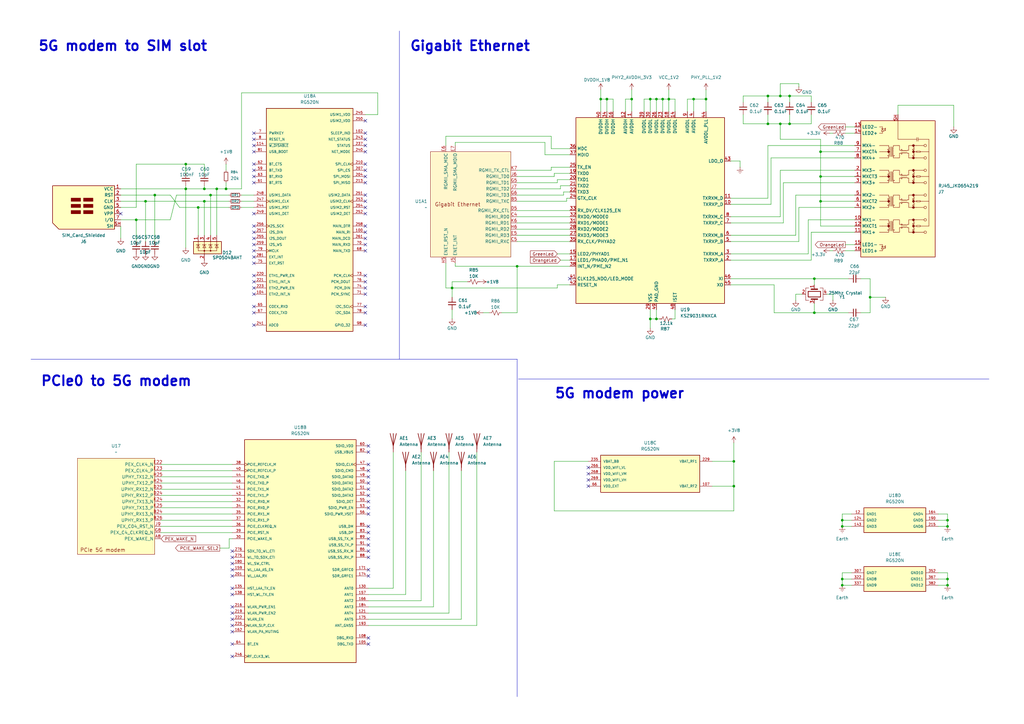
<source format=kicad_sch>
(kicad_sch (version 20250114) (generator "eeschema") (generator_version "9.0")
  (paper "A3")
  (title_block (title "Humanoid-H1") (date "2025-11-29") (rev "v1.0") (company "Bosch Global Software Techonlogies") (comment 1 "FitFest2025 Hackathon") (comment 2 "Team Name: VoltEdge"))
  (lib_symbols
    (symbol "Connector:RJ45_JK0654219"
      (property "Reference" "J" (at -15.24 29.21 0))
      (property "Value" "RJ45_JK0654219" (at 10.16 29.21 0))
      (symbol "RJ45_JK0654219_1_1"
        (pin passive line (at -17.78 25.4 0) (length 2.54) (name "LED1+") (number "16"))
        (pin passive line (at -17.78 22.86 0) (length 2.54) (name "LED1-") (number "15"))
        (pin passive line (at -17.78 17.78 0) (length 2.54) (name "MX1+") (number "11"))
        (pin passive line (at -17.78 15.24 0) (length 2.54) (name "MXCT1") (number "12"))
        (pin passive line (at -17.78 12.7 0) (length 2.54) (name "MX1-") (number "10"))
        (pin passive line (at -17.78 7.62 0) (length 2.54) (name "MX2+") (number "4"))
        (pin passive line (at -17.78 5.08 0) (length 2.54) (name "MXCT2") (number "6"))
        (pin passive line (at -17.78 2.54 0) (length 2.54) (name "MX2-") (number "5"))
        (pin passive line (at -17.78 -2.54 0) (length 2.54) (name "MX3+") (number "3"))
        (pin passive line (at -17.78 -5.08 0) (length 2.54) (name "MXCT3") (number "1"))
        (pin passive line (at -17.78 -7.62 0) (length 2.54) (name "MX3-") (number "2"))
        (pin passive line (at -17.78 -12.7 0) (length 2.54) (name "MX4+") (number "8"))
        (pin passive line (at -17.78 -15.24 0) (length 2.54) (name "MXCT4") (number "7"))
        (pin passive line (at -17.78 -17.78 0) (length 2.54) (name "MX4-") (number "9"))
        (pin passive line (at -17.78 -22.86 0) (length 2.54) (name "LED2+") (number "14"))
        (pin passive line (at -17.78 -25.4 0) (length 2.54) (name "LED2-") (number "13"))
        (pin passive line (at 0 -30.48 90) (length 2.54) (name "~") (number "SH"))
      )
    )
    (symbol "Connector:SIM_Card_Shielded"
      (property "Reference" "J" (at -2.54 12.7 0))
      (property "Value" "SIM_Card_Shielded" (at -1.27 10.16 0))
      (symbol "SIM_Card_Shielded_1_1"
        (pin power_in line (at -12.7 7.62 0) (length 2.54) (name "VCC") (number "1"))
        (pin input line (at -12.7 5.08 0) (length 2.54) (name "RST") (number "2"))
        (pin input line (at -12.7 2.54 0) (length 2.54) (name "CLK") (number "3"))
        (pin power_in line (at -12.7 0 0) (length 2.54) (name "GND") (number "5"))
        (pin input line (at -12.7 -2.54 0) (length 2.54) (name "VPP") (number "6"))
        (pin bidirectional line (at -12.7 -5.08 0) (length 2.54) (name "I/O") (number "7"))
        (pin passive line (at -12.7 -7.62 0) (length 2.54) (name "SH") (number "SH"))
      )
    )
    (symbol "Device:Antenna" (pin_numbers (hide yes)) (pin_names (offset 1.016) (hide yes))
      (property "Reference" "AE" (at -1.905 1.905 0))
      (property "Value" "Antenna" (at -1.905 0 0))
      (symbol "Antenna_1_1"
        (pin input line (at 0 -5.08 90) (length 2.54) (name "A") (number "1"))
      )
    )
    (symbol "Device:C_Small" (pin_numbers (hide yes)) (pin_names (offset 0.254) (hide yes))
      (property "Reference" "C" (at 0.254 1.778 0))
      (property "Value" "C_Small" (at 0.254 -2.032 0))
      (symbol "C_Small_1_1"
        (pin passive line (at 0 2.54 270) (length 2.032) (name "~") (number "1"))
        (pin passive line (at 0 -2.54 90) (length 2.032) (name "~") (number "2"))
      )
    )
    (symbol "Device:Crystal_GND24" (pin_names (offset 1.016) (hide yes))
      (property "Reference" "Y" (at 3.175 5.08 0))
      (property "Value" "Crystal_GND24" (at 3.175 3.175 0))
      (symbol "Crystal_GND24_1_1"
        (pin passive line (at -3.81 0 0) (length 1.27) (name "1") (number "1"))
        (pin passive line (at 0 5.08 270) (length 1.27) (name "2") (number "2"))
        (pin passive line (at 0 -5.08 90) (length 1.27) (name "4") (number "4"))
        (pin passive line (at 3.81 0 180) (length 1.27) (name "3") (number "3"))
      )
    )
    (symbol "Device:R_Small" (pin_numbers (hide yes)) (pin_names (offset 0.254) (hide yes))
      (property "Reference" "R" (at 0 0 90))
      (property "Value" "R_Small" (at 1.778 0 90))
      (symbol "R_Small_1_1"
        (pin passive line (at 0 2.54 270) (length 0.762) (name "~") (number "1"))
        (pin passive line (at 0 -2.54 90) (length 0.762) (name "~") (number "2"))
      )
    )
    (symbol "Device:R_Small_US" (pin_numbers (hide yes)) (pin_names (offset 0.254) (hide yes))
      (property "Reference" "R" (at 0.762 0.508 0))
      (property "Value" "R_Small_US" (at 0.762 -1.016 0))
      (symbol "R_Small_US_1_1"
        (pin passive line (at 0 2.54 270) (length 1.016) (name "~") (number "1"))
        (pin passive line (at 0 -2.54 90) (length 1.016) (name "~") (number "2"))
      )
    )
    (symbol "Interface_Ethernet:KSZ9031RNXCA"
      (property "Reference" "U" (at -26.67 39.37 0))
      (property "Value" "KSZ9031RNXCA" (at 39.37 39.37 0))
      (symbol "KSZ9031RNXCA_1_1"
        (pin input line (at -33.02 25.4 0) (length 2.54) (name "MDC") (number "36"))
        (pin input line (at -33.02 22.86 0) (length 2.54) (name "MDIO") (number "37"))
        (pin input line (at -33.02 17.78 0) (length 2.54) (name "TX_EN") (number "25"))
        (pin input line (at -33.02 15.24 0) (length 2.54) (name "TXD0") (number "19"))
        (pin input line (at -33.02 12.7 0) (length 2.54) (name "TXD1") (number "20"))
        (pin input line (at -33.02 10.16 0) (length 2.54) (name "TXD2") (number "21"))
        (pin input line (at -33.02 7.62 0) (length 2.54) (name "TXD3") (number "22"))
        (pin input line (at -33.02 5.08 0) (length 2.54) (name "GTX_CLK") (number "24"))
        (pin input line (at -33.02 0 0) (length 2.54) (name "RX_DV/CLK125_EN") (number "33"))
        (pin input line (at -33.02 -2.54 0) (length 2.54) (name "RXD0/MODE0") (number "32"))
        (pin input line (at -33.02 -5.08 0) (length 2.54) (name "RXD1/MODE1") (number "31"))
        (pin input line (at -33.02 -7.62 0) (length 2.54) (name "RXD2/MODE2") (number "28"))
        (pin input line (at -33.02 -10.16 0) (length 2.54) (name "RXD3/MODE3") (number "27"))
        (pin input line (at -33.02 -12.7 0) (length 2.54) (name "RX_CLK/PHYAD2") (number "35"))
        (pin bidirectional line (at -33.02 -17.78 0) (length 2.54) (name "LED2/PHYAD1") (number "15"))
        (pin bidirectional line (at -33.02 -20.32 0) (length 2.54) (name "LED1/PHAD0/PME_N1") (number "17"))
        (pin input line (at -33.02 -22.86 0) (length 2.54) (name "INT_N/PME_N2") (number "38"))
        (pin input line (at -33.02 -27.94 0) (length 2.54) (name "CLK125_NDO/LED_MODE") (number "41"))
        (pin input line (at -33.02 -30.48 0) (length 2.54) (name "RESET_N") (number "42"))
        (pin power_in line (at -20.32 40.64 270) (length 2.54) (name "DVDDH") (number "40"))
        (pin power_in line (at -17.78 40.64 270) (length 2.54) (name "DVDDH") (number "34"))
        (pin power_in line (at -15.24 40.64 270) (length 2.54) (name "DVDDH") (number "16"))
        (pin power_in line (at -10.16 40.64 270) (length 2.54) (name "AVDDH") (number "12"))
        (pin power_in line (at -7.62 40.64 270) (length 2.54) (name "AVDDH") (number "1"))
        (pin power_in line (at -2.54 40.64 270) (length 2.54) (name "DVDDL") (number "39"))
        (pin power_in line (at 0 40.64 270) (length 2.54) (name "DVDDL") (number "30"))
        (pin power_in line (at 0 -40.64 90) (length 2.54) (name "VSS") (number "29"))
        (pin power_in line (at 2.54 40.64 270) (length 2.54) (name "DVDDL") (number "26"))
        (pin power_in line (at 2.54 -40.64 90) (length 2.54) (name "PAD_GND") (number "49"))
        (pin power_in line (at 5.08 40.64 270) (length 2.54) (name "DVDDL") (number "23"))
        (pin power_in line (at 7.62 40.64 270) (length 2.54) (name "DVDDL") (number "18"))
        (pin power_in line (at 10.16 40.64 270) (length 2.54) (name "DVDDL") (number "14"))
        (pin output line (at 10.16 -40.64 90) (length 2.54) (name "ISET") (number "48"))
        (pin power_in line (at 15.24 40.64 270) (length 2.54) (name "AVDDL") (number "9"))
        (pin power_in line (at 17.78 40.64 270) (length 2.54) (name "AVDDL") (number "4"))
        (pin power_in line (at 22.86 40.64 270) (length 2.54) (name "AVDDL_PLL") (number "44"))
        (pin no_connect line (at 30.48 12.7 180) (length 2.54) (hide yes) (name "NC") (number "13"))
        (pin no_connect line (at 30.48 10.16 180) (length 2.54) (hide yes) (name "NC") (number "47"))
        (pin input line (at 33.02 20.32 180) (length 2.54) (name "LDO_O") (number "43"))
        (pin input line (at 33.02 5.08 180) (length 2.54) (name "TXRXM_D") (number "11"))
        (pin input line (at 33.02 2.54 180) (length 2.54) (name "TXRXP_D") (number "10"))
        (pin input line (at 33.02 -2.54 180) (length 2.54) (name "TXRXM_C") (number "8"))
        (pin input line (at 33.02 -5.08 180) (length 2.54) (name "TXRXP_C") (number "7"))
        (pin input line (at 33.02 -10.16 180) (length 2.54) (name "TXRXM_B") (number "6"))
        (pin input line (at 33.02 -12.7 180) (length 2.54) (name "TXRXP_B") (number "5"))
        (pin input line (at 33.02 -17.78 180) (length 2.54) (name "TXRXM_A") (number "3"))
        (pin input line (at 33.02 -20.32 180) (length 2.54) (name "TXRXP_A") (number "2"))
        (pin input line (at 33.02 -27.94 180) (length 2.54) (name "XI") (number "46"))
        (pin input line (at 33.02 -30.48 180) (length 2.54) (name "XO") (number "45"))
      )
    )
    (symbol "Jetson_orin:_D"
      (property "Reference" "U" (at -0.254 31.75 0))
      (symbol "_D_1_0"
        (pin output line (at 19.05 27.94 180) (length 2.54) (name "PEX_CLK4_N") (number "E22"))
        (pin output line (at 19.05 25.4 180) (length 2.54) (name "PEX_CLK4_P") (number "E23"))
        (pin input line (at 19.05 22.86 180) (length 2.54) (name "UPHY_TX12_N") (number "H25"))
        (pin input line (at 19.05 20.32 180) (length 2.54) (name "UPHY_TX12_P") (number "H24"))
        (pin output line (at 19.05 17.78 180) (length 2.54) (name "UPHY_RX12_N") (number "D25"))
        (pin output line (at 19.05 15.24 180) (length 2.54) (name "UPHY_RX12_P") (number "D24"))
        (pin output line (at 19.05 12.7 180) (length 2.54) (name "UPHY_TX13_N") (number "K24"))
        (pin output line (at 19.05 10.16 180) (length 2.54) (name "UPHY_TX13_P") (number "K25"))
        (pin input line (at 19.05 7.62 180) (length 2.54) (name "UPHY_RX13_N") (number "B24"))
        (pin input line (at 19.05 5.08 180) (length 2.54) (name "UPHY_RX13_P") (number "B26"))
        (pin output line (at 19.05 2.54 180) (length 2.54) (name "PEX_C04_RST_N") (number "J9"))
        (pin bidirectional line (at 19.05 0 180) (length 2.54) (name "PEX_C4_CLKREQ_N") (number "G8"))
        (pin input line (at 19.05 -2.54 180) (length 2.54) (name "PEX_WAKE_N") (number "A8"))
      )
      (symbol "_D_1_1"
        (text "PCIe 5G modem" (at -4.826 -7.112 0) (effects (font (size 1.524 1.524))))
      )
    )
    (symbol "Power_Protection:SP0504BAHT" (pin_names (hide yes))
      (property "Reference" "D" (at 7.62 2.54 0))
      (property "Value" "SP0504BAHT" (at 7.62 0.635 0))
      (symbol "SP0504BAHT_0_0"
        (pin passive line (at 0 -5.08 90) (length 2.54) (name "A") (number "2"))
      )
      (symbol "SP0504BAHT_1_1"
        (pin passive line (at -2.54 5.08 270) (length 2.54) (name "K") (number "1"))
        (pin passive line (at 0 5.08 270) (length 2.54) (name "K") (number "3"))
        (pin passive line (at 2.54 5.08 270) (length 2.54) (name "K") (number "4"))
        (pin passive line (at 5.08 5.08 270) (length 2.54) (name "K") (number "5"))
      )
    )
    (symbol "RG520N:RG520N" (pin_names (offset 1.016))
      (property "Reference" "U" (at -17.78 46.99 0))
      (property "Value" "RG520N" (at -17.78 -48.26 0))
      (symbol "RG520N_1_0"
        (pin input line (at -22.86 35.56 0) (length 5.08) (name "PWRKEY") (number "7"))
        (pin input line (at -22.86 33.02 0) (length 5.08) (name "RESET_N") (number "8"))
        (pin input line (at -22.86 30.48 0) (length 5.08) (name "~{W_DISABLE}") (number "114"))
        (pin input line (at -22.86 27.94 0) (length 5.08) (name "USB_BOOT") (number "81"))
        (pin output line (at -22.86 22.86 0) (length 5.08) (name "BT_CTS") (number "62"))
        (pin output line (at -22.86 20.32 0) (length 5.08) (name "BT_TXD") (number "59"))
        (pin input line (at -22.86 17.78 0) (length 5.08) (name "BT_RXD") (number "63"))
        (pin input line (at -22.86 15.24 0) (length 5.08) (name "BT_RTS") (number "61"))
        (pin bidirectional line (at -22.86 10.16 0) (length 5.08) (name "USIM1_DATA") (number "248"))
        (pin output clock (at -22.86 7.62 0) (length 5.08) (name "USIM1_CLK") (number "247"))
        (pin output line (at -22.86 5.08 0) (length 5.08) (name "USIM1_RST") (number "244"))
        (pin input line (at -22.86 2.54 0) (length 5.08) (name "USIM1_DET") (number "249"))
        (pin input clock (at -22.86 -2.54 0) (length 5.08) (name "I2S_SCK") (number "256"))
        (pin input line (at -22.86 -5.08 0) (length 5.08) (name "I2S_DIN") (number "257"))
        (pin output line (at -22.86 -7.62 0) (length 5.08) (name "I2S_DOUT") (number "255"))
        (pin output line (at -22.86 -10.16 0) (length 5.08) (name "I2S_WS") (number "259"))
        (pin output clock (at -22.86 -12.7 0) (length 5.08) (name "MCLK") (number "79"))
        (pin output line (at -22.86 -15.24 0) (length 5.08) (name "EXT_INT") (number "281"))
        (pin input line (at -22.86 -17.78 0) (length 5.08) (name "EXT_RST") (number "75"))
        (pin input line (at -22.86 -22.86 0) (length 5.08) (name "ETH1_PWR_EN") (number "220"))
        (pin output line (at -22.86 -25.4 0) (length 5.08) (name "ETH1_INT_N") (number "221"))
        (pin input line (at -22.86 -27.94 0) (length 5.08) (name "ETH2_PWR_EN") (number "223"))
        (pin output line (at -22.86 -30.48 0) (length 5.08) (name "ETH2_INT_N") (number "104"))
        (pin input line (at -22.86 -35.56 0) (length 5.08) (name "COEX_RXD") (number "65"))
        (pin output line (at -22.86 -38.1 0) (length 5.08) (name "COEX_TXD") (number "67"))
        (pin input line (at -22.86 -43.18 0) (length 5.08) (name "ADC0") (number "241"))
        (pin power_in line (at 22.86 43.18 180) (length 5.08) (name "USIM1_VDD") (number "245"))
        (pin power_in line (at 22.86 40.64 180) (length 5.08) (name "USIM2_VDD") (number "250"))
        (pin output line (at 22.86 35.56 180) (length 5.08) (name "SLEEP_IND") (number "102"))
        (pin output line (at 22.86 33.02 180) (length 5.08) (name "NET_STATUS") (number "243"))
        (pin output line (at 22.86 30.48 180) (length 5.08) (name "STATUS") (number "237"))
        (pin output line (at 22.86 27.94 180) (length 5.08) (name "NET_MODE") (number "240"))
        (pin output clock (at 22.86 22.86 180) (length 5.08) (name "SPI_CLK") (number "210"))
        (pin output line (at 22.86 20.32 180) (length 5.08) (name "SPI_CS") (number "207"))
        (pin output line (at 22.86 17.78 180) (length 5.08) (name "SPI_MOSI") (number "204"))
        (pin input line (at 22.86 15.24 180) (length 5.08) (name "SPI_MISO") (number "213"))
        (pin bidirectional line (at 22.86 10.16 180) (length 5.08) (name "USIM2_DATA") (number "251"))
        (pin output clock (at 22.86 7.62 180) (length 5.08) (name "USIM2_CLK") (number "253"))
        (pin output line (at 22.86 5.08 180) (length 5.08) (name "USIM2_RST") (number "254"))
        (pin input line (at 22.86 2.54 180) (length 5.08) (name "USIM2_DET") (number "252"))
        (pin output line (at 22.86 -2.54 180) (length 5.08) (name "MAIN_DTR") (number "258"))
        (pin output line (at 22.86 -5.08 180) (length 5.08) (name "MAIN_RI") (number "100"))
        (pin input line (at 22.86 -7.62 180) (length 5.08) (name "MAIN_DCD") (number "261"))
        (pin input line (at 22.86 -10.16 180) (length 5.08) (name "MAIN_RXD") (number "70"))
        (pin output line (at 22.86 -12.7 180) (length 5.08) (name "MAIN_TXD") (number "68"))
        (pin input clock (at 22.86 -22.86 180) (length 5.08) (name "PCM_CLK") (number "73"))
        (pin output line (at 22.86 -25.4 180) (length 5.08) (name "PCM_DOUT") (number "76"))
        (pin input line (at 22.86 -27.94 180) (length 5.08) (name "PCM_DIN") (number "74"))
        (pin output line (at 22.86 -30.48 180) (length 5.08) (name "PCM_SYNC") (number "71"))
        (pin input clock (at 22.86 -35.56 180) (length 5.08) (name "I2C_SCL") (number "77"))
        (pin bidirectional line (at 22.86 -38.1 180) (length 5.08) (name "I2C_SDA") (number "78"))
        (pin bidirectional line (at 22.86 -43.18 180) (length 5.08) (name "GPIO_32") (number "98"))
      )
      (symbol "RG520N_2_0"
        (pin output clock (at -27.94 35.56 0) (length 5.08) (name "PCIE_REFCLK_M") (number "38"))
        (pin output clock (at -27.94 33.02 0) (length 5.08) (name "PCIE_REFCLK_P") (number "40"))
        (pin output line (at -27.94 30.48 0) (length 5.08) (name "PCIE_TX0_M") (number "44"))
        (pin output line (at -27.94 27.94 0) (length 5.08) (name "PCIE_TX0_P") (number "46"))
        (pin output line (at -27.94 25.4 0) (length 5.08) (name "PCIE_TX1_M") (number "41"))
        (pin output line (at -27.94 22.86 0) (length 5.08) (name "PCIE_TX1_P") (number "43"))
        (pin input line (at -27.94 20.32 0) (length 5.08) (name "PCIE_RX0_M") (number "32"))
        (pin input line (at -27.94 17.78 0) (length 5.08) (name "PCIE_RX0_P") (number "34"))
        (pin input line (at -27.94 15.24 0) (length 5.08) (name "PCIE_RX1_M") (number "35"))
        (pin input line (at -27.94 12.7 0) (length 5.08) (name "PCIE_RX1_P") (number "37"))
        (pin input line (at -27.94 10.16 0) (length 5.08) (name "PCIE_CLKREQ_N") (number "36"))
        (pin output line (at -27.94 7.62 0) (length 5.08) (name "PCIE_RST_N") (number "39"))
        (pin input line (at -27.94 5.08 0) (length 5.08) (name "PCIE_WAKE_N") (number "30"))
        (pin passive line (at -27.94 0 0) (length 5.08) (name "SDX_TO_WL_CTI") (number "276"))
        (pin passive line (at -27.94 -2.54 0) (length 5.08) (name "WL_TO_SDX_CTI") (number "275"))
        (pin input line (at -27.94 -5.08 0) (length 5.08) (name "WL_SW_CTRL") (number "180"))
        (pin input line (at -27.94 -7.62 0) (length 5.08) (name "WL_LAA_AS_EN") (number "159"))
        (pin input line (at -27.94 -10.16 0) (length 5.08) (name "WL_LAA_RX") (number "201"))
        (pin input line (at -27.94 -15.24 0) (length 5.08) (name "HST_LAA_TX_EN") (number "135"))
        (pin input line (at -27.94 -17.78 0) (length 5.08) (name "HST_WL_TX_EN") (number "138"))
        (pin input line (at -27.94 -22.86 0) (length 5.08) (name "WLAN_PWR_EN1") (number "216"))
        (pin input line (at -27.94 -25.4 0) (length 5.08) (name "WLAN_PWR_EN2") (number "219"))
        (pin input line (at -27.94 -27.94 0) (length 5.08) (name "WLAN_EN") (number "222"))
        (pin input clock (at -27.94 -30.48 0) (length 5.08) (name "WLAN_SLP_CLK") (number "225"))
        (pin passive line (at -27.94 -33.02 0) (length 5.08) (name "WLAN_PA_MUTING") (number "162"))
        (pin input line (at -27.94 -38.1 0) (length 5.08) (name "BT_EN") (number "64"))
        (pin input clock (at -27.94 -43.18 0) (length 5.08) (name "RF_CLK3_WL") (number "246"))
        (pin power_in line (at 27.94 43.18 180) (length 5.08) (name "SDIO_VDD") (number "60"))
        (pin power_in line (at 27.94 40.64 180) (length 5.08) (name "USB_VBUS") (number "82"))
        (pin output clock (at 27.94 35.56 180) (length 5.08) (name "SDIO_CLK") (number "47"))
        (pin bidirectional line (at 27.94 33.02 180) (length 5.08) (name "SDIO_CMD") (number "48"))
        (pin bidirectional line (at 27.94 30.48 180) (length 5.08) (name "SDIO_DATA0") (number "49"))
        (pin bidirectional line (at 27.94 27.94 180) (length 5.08) (name "SDIO_DATA1") (number "50"))
        (pin bidirectional line (at 27.94 25.4 180) (length 5.08) (name "SDIO_DATA2") (number "51"))
        (pin bidirectional line (at 27.94 22.86 180) (length 5.08) (name "SDIO_DATA3") (number "52"))
        (pin input line (at 27.94 20.32 180) (length 5.08) (name "SDIO_DET") (number "55"))
        (pin input line (at 27.94 17.78 180) (length 5.08) (name "SDIO_PWR_EN") (number "53"))
        (pin input line (at 27.94 15.24 180) (length 5.08) (name "SDIO_PWR_VSET") (number "56"))
        (pin bidirectional line (at 27.94 10.16 180) (length 5.08) (name "USB_DM") (number "85"))
        (pin bidirectional line (at 27.94 7.62 180) (length 5.08) (name "USB_DP") (number "83"))
        (pin output line (at 27.94 5.08 180) (length 5.08) (name "USB_SS_TX_M") (number "89"))
        (pin output line (at 27.94 2.54 180) (length 5.08) (name "USB_SS_TX_P") (number "91"))
        (pin input line (at 27.94 0 180) (length 5.08) (name "USB_SS_RX_M") (number "86"))
        (pin input line (at 27.94 -2.54 180) (length 5.08) (name "USB_SS_RX_P") (number "88"))
        (pin passive line (at 27.94 -7.62 180) (length 5.08) (name "SDR_GRFC0") (number "171"))
        (pin passive line (at 27.94 -10.16 180) (length 5.08) (name "SDR_GRFC1") (number "174"))
        (pin bidirectional line (at 27.94 -15.24 180) (length 5.08) (name "ANT0") (number "130"))
        (pin bidirectional line (at 27.94 -17.78 180) (length 5.08) (name "ANT1") (number "157"))
        (pin input line (at 27.94 -20.32 180) (length 5.08) (name "ANT2") (number "166"))
        (pin input line (at 27.94 -22.86 180) (length 5.08) (name "ANT3") (number "184"))
        (pin input line (at 27.94 -25.4 180) (length 5.08) (name "ANT4") (number "121"))
        (pin input line (at 27.94 -27.94 180) (length 5.08) (name "ANT5") (number "175"))
        (pin input line (at 27.94 -30.48 180) (length 5.08) (name "ANT_GNSS") (number "193"))
        (pin input line (at 27.94 -35.56 180) (length 5.08) (name "DBG_RXD") (number "108"))
        (pin output line (at 27.94 -38.1 180) (length 5.08) (name "DBG_TXD") (number "105"))
      )
      (symbol "RG520N_3_0"
        (pin power_in line (at -25.4 5.08 0) (length 5.08) (name "VBAT_BB") (number "235"))
        (pin power_in line (at -25.4 5.08 0) (length 5.08) (hide yes) (name "VBAT_BB") (number "236"))
        (pin power_in line (at -25.4 5.08 0) (length 5.08) (hide yes) (name "VBAT_BB") (number "238"))
        (pin power_in line (at -25.4 2.54 0) (length 5.08) (name "VDD_WIFI_VL") (number "266"))
        (pin power_in line (at -25.4 2.54 0) (length 5.08) (hide yes) (name "VDD_WIFI_VL") (number "267"))
        (pin power_in line (at -25.4 0 0) (length 5.08) (name "VDD_WIFI_VM") (number "268"))
        (pin power_in line (at -25.4 -2.54 0) (length 5.08) (name "VDD_WIFI_VH") (number "269"))
        (pin power_in line (at -25.4 -5.08 0) (length 5.08) (name "VDD_EXT") (number "66"))
        (pin power_in line (at 25.4 5.08 180) (length 5.08) (name "VBAT_RF1") (number "229"))
        (pin power_in line (at 25.4 5.08 180) (length 5.08) (hide yes) (name "VBAT_RF1") (number "230"))
        (pin power_in line (at 25.4 5.08 180) (length 5.08) (hide yes) (name "VBAT_RF1") (number "232"))
        (pin power_in line (at 25.4 5.08 180) (length 5.08) (hide yes) (name "VBAT_RF1") (number "233"))
        (pin power_in line (at 25.4 -5.08 180) (length 5.08) (name "VBAT_RF2") (number "107"))
        (pin power_in line (at 25.4 -5.08 180) (length 5.08) (hide yes) (name "VBAT_RF2") (number "109"))
        (pin power_in line (at 25.4 -5.08 180) (length 5.08) (hide yes) (name "VBAT_RF2") (number "110"))
        (pin power_in line (at 25.4 -5.08 180) (length 5.08) (hide yes) (name "VBAT_RF2") (number "112"))
      )
      (symbol "RG520N_4_0"
        (pin power_in line (at -17.78 2.54 0) (length 5.08) (hide yes) (name "GND1") (number "113"))
        (pin power_in line (at -17.78 2.54 0) (length 5.08) (hide yes) (name "GND1") (number "115"))
        (pin power_in line (at -17.78 2.54 0) (length 5.08) (hide yes) (name "GND1") (number "116"))
        (pin power_in line (at -17.78 2.54 0) (length 5.08) (hide yes) (name "GND1") (number "118"))
        (pin power_in line (at -17.78 2.54 0) (length 5.08) (hide yes) (name "GND1") (number "119"))
        (pin power_in line (at -17.78 2.54 0) (length 5.08) (name "GND1") (number "12"))
        (pin power_in line (at -17.78 2.54 0) (length 5.08) (hide yes) (name "GND1") (number "122"))
        (pin power_in line (at -17.78 2.54 0) (length 5.08) (hide yes) (name "GND1") (number "123"))
        (pin power_in line (at -17.78 2.54 0) (length 5.08) (hide yes) (name "GND1") (number "18"))
        (pin power_in line (at -17.78 2.54 0) (length 5.08) (hide yes) (name "GND1") (number "26"))
        (pin power_in line (at -17.78 2.54 0) (length 5.08) (hide yes) (name "GND1") (number "33"))
        (pin power_in line (at -17.78 2.54 0) (length 5.08) (hide yes) (name "GND1") (number "42"))
        (pin power_in line (at -17.78 2.54 0) (length 5.08) (hide yes) (name "GND1") (number "84"))
        (pin power_in line (at -17.78 2.54 0) (length 5.08) (hide yes) (name "GND1") (number "90"))
        (pin power_in line (at -17.78 2.54 0) (length 5.08) (hide yes) (name "GND1") (number "96"))
        (pin power_in line (at -17.78 0 0) (length 5.08) (name "GND2") (number "124"))
        (pin power_in line (at -17.78 0 0) (length 5.08) (hide yes) (name "GND2") (number "125"))
        (pin power_in line (at -17.78 0 0) (length 5.08) (hide yes) (name "GND2") (number "126"))
        (pin power_in line (at -17.78 0 0) (length 5.08) (hide yes) (name "GND2") (number "127"))
        (pin power_in line (at -17.78 0 0) (length 5.08) (hide yes) (name "GND2") (number "128"))
        (pin power_in line (at -17.78 0 0) (length 5.08) (hide yes) (name "GND2") (number "129"))
        (pin power_in line (at -17.78 0 0) (length 5.08) (hide yes) (name "GND2") (number "131"))
        (pin power_in line (at -17.78 0 0) (length 5.08) (hide yes) (name "GND2") (number "132"))
        (pin power_in line (at -17.78 0 0) (length 5.08) (hide yes) (name "GND2") (number "133"))
        (pin power_in line (at -17.78 0 0) (length 5.08) (hide yes) (name "GND2") (number "134"))
        (pin power_in line (at -17.78 0 0) (length 5.08) (hide yes) (name "GND2") (number "136"))
        (pin power_in line (at -17.78 0 0) (length 5.08) (hide yes) (name "GND2") (number "137"))
        (pin power_in line (at -17.78 0 0) (length 5.08) (hide yes) (name "GND2") (number "140"))
        (pin power_in line (at -17.78 0 0) (length 5.08) (hide yes) (name "GND2") (number "141"))
        (pin power_in line (at -17.78 0 0) (length 5.08) (hide yes) (name "GND2") (number "142"))
        (pin power_in line (at -17.78 -2.54 0) (length 5.08) (name "GND3") (number "143"))
        (pin power_in line (at -17.78 -2.54 0) (length 5.08) (hide yes) (name "GND3") (number "144"))
        (pin power_in line (at -17.78 -2.54 0) (length 5.08) (hide yes) (name "GND3") (number "145"))
        (pin power_in line (at -17.78 -2.54 0) (length 5.08) (hide yes) (name "GND3") (number "146"))
        (pin power_in line (at -17.78 -2.54 0) (length 5.08) (hide yes) (name "GND3") (number "147"))
        (pin power_in line (at -17.78 -2.54 0) (length 5.08) (hide yes) (name "GND3") (number "149"))
        (pin power_in line (at -17.78 -2.54 0) (length 5.08) (hide yes) (name "GND3") (number "151"))
        (pin power_in line (at -17.78 -2.54 0) (length 5.08) (hide yes) (name "GND3") (number "152"))
        (pin power_in line (at -17.78 -2.54 0) (length 5.08) (hide yes) (name "GND3") (number "154"))
        (pin power_in line (at -17.78 -2.54 0) (length 5.08) (hide yes) (name "GND3") (number "155"))
        (pin power_in line (at -17.78 -2.54 0) (length 5.08) (hide yes) (name "GND3") (number "156"))
        (pin power_in line (at -17.78 -2.54 0) (length 5.08) (hide yes) (name "GND3") (number "158"))
        (pin power_in line (at -17.78 -2.54 0) (length 5.08) (hide yes) (name "GND3") (number "160"))
        (pin power_in line (at -17.78 -2.54 0) (length 5.08) (hide yes) (name "GND3") (number "161"))
        (pin power_in line (at -17.78 -2.54 0) (length 5.08) (hide yes) (name "GND3") (number "163"))
        (pin power_in line (at 17.78 2.54 180) (length 5.08) (name "GND4") (number "164"))
        (pin power_in line (at 17.78 2.54 180) (length 5.08) (hide yes) (name "GND4") (number "167"))
        (pin power_in line (at 17.78 2.54 180) (length 5.08) (hide yes) (name "GND4") (number "168"))
        (pin power_in line (at 17.78 2.54 180) (length 5.08) (hide yes) (name "GND4") (number "169"))
        (pin power_in line (at 17.78 2.54 180) (length 5.08) (hide yes) (name "GND4") (number "170"))
        (pin power_in line (at 17.78 2.54 180) (length 5.08) (hide yes) (name "GND4") (number "172"))
        (pin power_in line (at 17.78 2.54 180) (length 5.08) (hide yes) (name "GND4") (number "173"))
        (pin power_in line (at 17.78 2.54 180) (length 5.08) (hide yes) (name "GND4") (number "176"))
        (pin power_in line (at 17.78 2.54 180) (length 5.08) (hide yes) (name "GND4") (number "178"))
        (pin power_in line (at 17.78 2.54 180) (length 5.08) (hide yes) (name "GND4") (number "179"))
        (pin power_in line (at 17.78 2.54 180) (length 5.08) (hide yes) (name "GND4") (number "181"))
        (pin power_in line (at 17.78 2.54 180) (length 5.08) (hide yes) (name "GND4") (number "182"))
        (pin power_in line (at 17.78 2.54 180) (length 5.08) (hide yes) (name "GND4") (number "185"))
        (pin power_in line (at 17.78 2.54 180) (length 5.08) (hide yes) (name "GND4") (number "187"))
        (pin power_in line (at 17.78 2.54 180) (length 5.08) (hide yes) (name "GND4") (number "188"))
        (pin power_in line (at 17.78 0 180) (length 5.08) (name "GND5") (number "190"))
        (pin power_in line (at 17.78 0 180) (length 5.08) (hide yes) (name "GND5") (number "191"))
        (pin power_in line (at 17.78 0 180) (length 5.08) (hide yes) (name "GND5") (number "194"))
        (pin power_in line (at 17.78 0 180) (length 5.08) (hide yes) (name "GND5") (number "195"))
        (pin power_in line (at 17.78 0 180) (length 5.08) (hide yes) (name "GND5") (number "196"))
        (pin power_in line (at 17.78 0 180) (length 5.08) (hide yes) (name "GND5") (number "197"))
        (pin power_in line (at 17.78 0 180) (length 5.08) (hide yes) (name "GND5") (number "200"))
        (pin power_in line (at 17.78 0 180) (length 5.08) (hide yes) (name "GND5") (number "202"))
        (pin power_in line (at 17.78 0 180) (length 5.08) (hide yes) (name "GND5") (number "203"))
        (pin power_in line (at 17.78 0 180) (length 5.08) (hide yes) (name "GND5") (number "205"))
        (pin power_in line (at 17.78 0 180) (length 5.08) (hide yes) (name "GND5") (number "206"))
        (pin power_in line (at 17.78 0 180) (length 5.08) (hide yes) (name "GND5") (number "209"))
        (pin power_in line (at 17.78 0 180) (length 5.08) (hide yes) (name "GND5") (number "211"))
        (pin power_in line (at 17.78 0 180) (length 5.08) (hide yes) (name "GND5") (number "212"))
        (pin power_in line (at 17.78 0 180) (length 5.08) (hide yes) (name "GND5") (number "214"))
        (pin power_in line (at 17.78 -2.54 180) (length 5.08) (name "GND6") (number "215"))
        (pin power_in line (at 17.78 -2.54 180) (length 5.08) (hide yes) (name "GND6") (number "224"))
        (pin power_in line (at 17.78 -2.54 180) (length 5.08) (hide yes) (name "GND6") (number "226"))
        (pin power_in line (at 17.78 -2.54 180) (length 5.08) (hide yes) (name "GND6") (number "227"))
        (pin power_in line (at 17.78 -2.54 180) (length 5.08) (hide yes) (name "GND6") (number "228"))
        (pin power_in line (at 17.78 -2.54 180) (length 5.08) (hide yes) (name "GND6") (number "231"))
        (pin power_in line (at 17.78 -2.54 180) (length 5.08) (hide yes) (name "GND6") (number "234"))
        (pin power_in line (at 17.78 -2.54 180) (length 5.08) (hide yes) (name "GND6") (number "299"))
        (pin power_in line (at 17.78 -2.54 180) (length 5.08) (hide yes) (name "GND6") (number "300"))
        (pin power_in line (at 17.78 -2.54 180) (length 5.08) (hide yes) (name "GND6") (number "301"))
        (pin power_in line (at 17.78 -2.54 180) (length 5.08) (hide yes) (name "GND6") (number "302"))
        (pin power_in line (at 17.78 -2.54 180) (length 5.08) (hide yes) (name "GND6") (number "303"))
        (pin power_in line (at 17.78 -2.54 180) (length 5.08) (hide yes) (name "GND6") (number "304"))
        (pin power_in line (at 17.78 -2.54 180) (length 5.08) (hide yes) (name "GND6") (number "305"))
        (pin power_in line (at 17.78 -2.54 180) (length 5.08) (hide yes) (name "GND6") (number "306"))
      )
      (symbol "RG520N_5_0"
        (pin power_in line (at -17.78 2.54 0) (length 5.08) (name "GND7") (number "307"))
        (pin power_in line (at -17.78 2.54 0) (length 5.08) (hide yes) (name "GND7") (number "308"))
        (pin power_in line (at -17.78 2.54 0) (length 5.08) (hide yes) (name "GND7") (number "309"))
        (pin power_in line (at -17.78 2.54 0) (length 5.08) (hide yes) (name "GND7") (number "310"))
        (pin power_in line (at -17.78 2.54 0) (length 5.08) (hide yes) (name "GND7") (number "311"))
        (pin power_in line (at -17.78 2.54 0) (length 5.08) (hide yes) (name "GND7") (number "312"))
        (pin power_in line (at -17.78 2.54 0) (length 5.08) (hide yes) (name "GND7") (number "313"))
        (pin power_in line (at -17.78 2.54 0) (length 5.08) (hide yes) (name "GND7") (number "314"))
        (pin power_in line (at -17.78 2.54 0) (length 5.08) (hide yes) (name "GND7") (number "315"))
        (pin power_in line (at -17.78 2.54 0) (length 5.08) (hide yes) (name "GND7") (number "316"))
        (pin power_in line (at -17.78 2.54 0) (length 5.08) (hide yes) (name "GND7") (number "317"))
        (pin power_in line (at -17.78 2.54 0) (length 5.08) (hide yes) (name "GND7") (number "318"))
        (pin power_in line (at -17.78 2.54 0) (length 5.08) (hide yes) (name "GND7") (number "319"))
        (pin power_in line (at -17.78 2.54 0) (length 5.08) (hide yes) (name "GND7") (number "320"))
        (pin power_in line (at -17.78 2.54 0) (length 5.08) (hide yes) (name "GND7") (number "321"))
        (pin power_in line (at -17.78 0 0) (length 5.08) (name "GND8") (number "322"))
        (pin power_in line (at -17.78 0 0) (length 5.08) (hide yes) (name "GND8") (number "323"))
        (pin power_in line (at -17.78 0 0) (length 5.08) (hide yes) (name "GND8") (number "324"))
        (pin power_in line (at -17.78 0 0) (length 5.08) (hide yes) (name "GND8") (number "325"))
        (pin power_in line (at -17.78 0 0) (length 5.08) (hide yes) (name "GND8") (number "326"))
        (pin power_in line (at -17.78 0 0) (length 5.08) (hide yes) (name "GND8") (number "327"))
        (pin power_in line (at -17.78 0 0) (length 5.08) (hide yes) (name "GND8") (number "328"))
        (pin power_in line (at -17.78 0 0) (length 5.08) (hide yes) (name "GND8") (number "329"))
        (pin power_in line (at -17.78 0 0) (length 5.08) (hide yes) (name "GND8") (number "330"))
        (pin power_in line (at -17.78 0 0) (length 5.08) (hide yes) (name "GND8") (number "331"))
        (pin power_in line (at -17.78 0 0) (length 5.08) (hide yes) (name "GND8") (number "332"))
        (pin power_in line (at -17.78 0 0) (length 5.08) (hide yes) (name "GND8") (number "333"))
        (pin power_in line (at -17.78 0 0) (length 5.08) (hide yes) (name "GND8") (number "334"))
        (pin power_in line (at -17.78 0 0) (length 5.08) (hide yes) (name "GND8") (number "335"))
        (pin power_in line (at -17.78 0 0) (length 5.08) (hide yes) (name "GND8") (number "336"))
        (pin power_in line (at -17.78 -2.54 0) (length 5.08) (name "GND9") (number "337"))
        (pin power_in line (at -17.78 -2.54 0) (length 5.08) (hide yes) (name "GND9") (number "338"))
        (pin power_in line (at -17.78 -2.54 0) (length 5.08) (hide yes) (name "GND9") (number "339"))
        (pin power_in line (at -17.78 -2.54 0) (length 5.08) (hide yes) (name "GND9") (number "340"))
        (pin power_in line (at -17.78 -2.54 0) (length 5.08) (hide yes) (name "GND9") (number "341"))
        (pin power_in line (at -17.78 -2.54 0) (length 5.08) (hide yes) (name "GND9") (number "342"))
        (pin power_in line (at -17.78 -2.54 0) (length 5.08) (hide yes) (name "GND9") (number "343"))
        (pin power_in line (at -17.78 -2.54 0) (length 5.08) (hide yes) (name "GND9") (number "344"))
        (pin power_in line (at -17.78 -2.54 0) (length 5.08) (hide yes) (name "GND9") (number "345"))
        (pin power_in line (at -17.78 -2.54 0) (length 5.08) (hide yes) (name "GND9") (number "346"))
        (pin power_in line (at -17.78 -2.54 0) (length 5.08) (hide yes) (name "GND9") (number "347"))
        (pin power_in line (at -17.78 -2.54 0) (length 5.08) (hide yes) (name "GND9") (number "348"))
        (pin power_in line (at -17.78 -2.54 0) (length 5.08) (hide yes) (name "GND9") (number "349"))
        (pin power_in line (at -17.78 -2.54 0) (length 5.08) (hide yes) (name "GND9") (number "350"))
        (pin power_in line (at -17.78 -2.54 0) (length 5.08) (hide yes) (name "GND9") (number "351"))
        (pin power_in line (at 17.78 2.54 180) (length 5.08) (name "GND10") (number "352"))
        (pin power_in line (at 17.78 2.54 180) (length 5.08) (hide yes) (name "GND10") (number "353"))
        (pin power_in line (at 17.78 2.54 180) (length 5.08) (hide yes) (name "GND10") (number "354"))
        (pin power_in line (at 17.78 2.54 180) (length 5.08) (hide yes) (name "GND10") (number "355"))
        (pin power_in line (at 17.78 2.54 180) (length 5.08) (hide yes) (name "GND10") (number "356"))
        (pin power_in line (at 17.78 2.54 180) (length 5.08) (hide yes) (name "GND10") (number "357"))
        (pin power_in line (at 17.78 2.54 180) (length 5.08) (hide yes) (name "GND10") (number "358"))
        (pin power_in line (at 17.78 2.54 180) (length 5.08) (hide yes) (name "GND10") (number "359"))
        (pin power_in line (at 17.78 2.54 180) (length 5.08) (hide yes) (name "GND10") (number "360"))
        (pin power_in line (at 17.78 2.54 180) (length 5.08) (hide yes) (name "GND10") (number "361"))
        (pin power_in line (at 17.78 2.54 180) (length 5.08) (hide yes) (name "GND10") (number "362"))
        (pin power_in line (at 17.78 2.54 180) (length 5.08) (hide yes) (name "GND10") (number "363"))
        (pin power_in line (at 17.78 2.54 180) (length 5.08) (hide yes) (name "GND10") (number "364"))
        (pin power_in line (at 17.78 2.54 180) (length 5.08) (hide yes) (name "GND10") (number "365"))
        (pin power_in line (at 17.78 2.54 180) (length 5.08) (hide yes) (name "GND10") (number "366"))
        (pin power_in line (at 17.78 0 180) (length 5.08) (name "GND11") (number "367"))
        (pin power_in line (at 17.78 0 180) (length 5.08) (hide yes) (name "GND11") (number "368"))
        (pin power_in line (at 17.78 0 180) (length 5.08) (hide yes) (name "GND11") (number "369"))
        (pin power_in line (at 17.78 0 180) (length 5.08) (hide yes) (name "GND11") (number "370"))
        (pin power_in line (at 17.78 0 180) (length 5.08) (hide yes) (name "GND11") (number "371"))
        (pin power_in line (at 17.78 0 180) (length 5.08) (hide yes) (name "GND11") (number "372"))
        (pin power_in line (at 17.78 0 180) (length 5.08) (hide yes) (name "GND11") (number "373"))
        (pin power_in line (at 17.78 0 180) (length 5.08) (hide yes) (name "GND11") (number "374"))
        (pin power_in line (at 17.78 0 180) (length 5.08) (hide yes) (name "GND11") (number "375"))
        (pin power_in line (at 17.78 0 180) (length 5.08) (hide yes) (name "GND11") (number "376"))
        (pin power_in line (at 17.78 0 180) (length 5.08) (hide yes) (name "GND11") (number "377"))
        (pin power_in line (at 17.78 0 180) (length 5.08) (hide yes) (name "GND11") (number "378"))
        (pin power_in line (at 17.78 0 180) (length 5.08) (hide yes) (name "GND11") (number "379"))
        (pin power_in line (at 17.78 0 180) (length 5.08) (hide yes) (name "GND11") (number "380"))
        (pin power_in line (at 17.78 0 180) (length 5.08) (hide yes) (name "GND11") (number "381"))
        (pin power_in line (at 17.78 -2.54 180) (length 5.08) (name "GND12") (number "382"))
        (pin power_in line (at 17.78 -2.54 180) (length 5.08) (hide yes) (name "GND12") (number "383"))
        (pin power_in line (at 17.78 -2.54 180) (length 5.08) (hide yes) (name "GND12") (number "384"))
        (pin power_in line (at 17.78 -2.54 180) (length 5.08) (hide yes) (name "GND12") (number "385"))
        (pin power_in line (at 17.78 -2.54 180) (length 5.08) (hide yes) (name "GND12") (number "386"))
        (pin power_in line (at 17.78 -2.54 180) (length 5.08) (hide yes) (name "GND12") (number "387"))
        (pin power_in line (at 17.78 -2.54 180) (length 5.08) (hide yes) (name "GND12") (number "388"))
        (pin power_in line (at 17.78 -2.54 180) (length 5.08) (hide yes) (name "GND12") (number "389"))
        (pin power_in line (at 17.78 -2.54 180) (length 5.08) (hide yes) (name "GND12") (number "390"))
        (pin power_in line (at 17.78 -2.54 180) (length 5.08) (hide yes) (name "GND12") (number "391"))
        (pin power_in line (at 17.78 -2.54 180) (length 5.08) (hide yes) (name "GND12") (number "392"))
      )
      (symbol "RG520N_6_0"
        (pin no_connect line (at -25.4 5.08 0) (length 5.08) (name "RESERVED1") (number "1"))
        (pin no_connect line (at -25.4 5.08 0) (length 5.08) (hide yes) (name "RESERVED1") (number "10"))
        (pin no_connect line (at -25.4 5.08 0) (length 5.08) (hide yes) (name "RESERVED1") (number "11"))
        (pin no_connect line (at -25.4 5.08 0) (length 5.08) (hide yes) (name "RESERVED1") (number "13"))
        (pin no_connect line (at -25.4 5.08 0) (length 5.08) (hide yes) (name "RESERVED1") (number "14"))
        (pin no_connect line (at -25.4 5.08 0) (length 5.08) (hide yes) (name "RESERVED1") (number "15"))
        (pin no_connect line (at -25.4 5.08 0) (length 5.08) (hide yes) (name "RESERVED1") (number "16"))
        (pin no_connect line (at -25.4 5.08 0) (length 5.08) (hide yes) (name "RESERVED1") (number "17"))
        (pin no_connect line (at -25.4 5.08 0) (length 5.08) (hide yes) (name "RESERVED1") (number "19"))
        (pin no_connect line (at -25.4 5.08 0) (length 5.08) (hide yes) (name "RESERVED1") (number "2"))
        (pin no_connect line (at -25.4 5.08 0) (length 5.08) (hide yes) (name "RESERVED1") (number "3"))
        (pin no_connect line (at -25.4 5.08 0) (length 5.08) (hide yes) (name "RESERVED1") (number "4"))
        (pin no_connect line (at -25.4 5.08 0) (length 5.08) (hide yes) (name "RESERVED1") (number "5"))
        (pin no_connect line (at -25.4 5.08 0) (length 5.08) (hide yes) (name "RESERVED1") (number "6"))
        (pin no_connect line (at -25.4 5.08 0) (length 5.08) (hide yes) (name "RESERVED1") (number "9"))
        (pin no_connect line (at -25.4 2.54 0) (length 5.08) (name "RESERVED2") (number "20"))
        (pin no_connect line (at -25.4 2.54 0) (length 5.08) (hide yes) (name "RESERVED2") (number "21"))
        (pin no_connect line (at -25.4 2.54 0) (length 5.08) (hide yes) (name "RESERVED2") (number "22"))
        (pin no_connect line (at -25.4 2.54 0) (length 5.08) (hide yes) (name "RESERVED2") (number "23"))
        (pin no_connect line (at -25.4 2.54 0) (length 5.08) (hide yes) (name "RESERVED2") (number "24"))
        (pin no_connect line (at -25.4 2.54 0) (length 5.08) (hide yes) (name "RESERVED2") (number "25"))
        (pin no_connect line (at -25.4 2.54 0) (length 5.08) (hide yes) (name "RESERVED2") (number "27"))
        (pin no_connect line (at -25.4 2.54 0) (length 5.08) (hide yes) (name "RESERVED2") (number "28"))
        (pin no_connect line (at -25.4 2.54 0) (length 5.08) (hide yes) (name "RESERVED2") (number "29"))
        (pin no_connect line (at -25.4 2.54 0) (length 5.08) (hide yes) (name "RESERVED2") (number "31"))
        (pin no_connect line (at -25.4 2.54 0) (length 5.08) (hide yes) (name "RESERVED2") (number "45"))
        (pin no_connect line (at -25.4 2.54 0) (length 5.08) (hide yes) (name "RESERVED2") (number "54"))
        (pin no_connect line (at -25.4 2.54 0) (length 5.08) (hide yes) (name "RESERVED2") (number "57"))
        (pin no_connect line (at -25.4 2.54 0) (length 5.08) (hide yes) (name "RESERVED2") (number "58"))
        (pin no_connect line (at -25.4 2.54 0) (length 5.08) (hide yes) (name "RESERVED2") (number "69"))
        (pin no_connect line (at -25.4 0 0) (length 5.08) (hide yes) (name "RESERVED3") (number "101"))
        (pin no_connect line (at -25.4 0 0) (length 5.08) (hide yes) (name "RESERVED3") (number "103"))
        (pin no_connect line (at -25.4 0 0) (length 5.08) (hide yes) (name "RESERVED3") (number "106"))
        (pin no_connect line (at -25.4 0 0) (length 5.08) (hide yes) (name "RESERVED3") (number "111"))
        (pin no_connect line (at -25.4 0 0) (length 5.08) (hide yes) (name "RESERVED3") (number "117"))
        (pin no_connect line (at -25.4 0 0) (length 5.08) (hide yes) (name "RESERVED3") (number "120"))
        (pin no_connect line (at -25.4 0 0) (length 5.08) (name "RESERVED3") (number "72"))
        (pin no_connect line (at -25.4 0 0) (length 5.08) (hide yes) (name "RESERVED3") (number "80"))
        (pin no_connect line (at -25.4 0 0) (length 5.08) (hide yes) (name "RESERVED3") (number "87"))
        (pin no_connect line (at -25.4 0 0) (length 5.08) (hide yes) (name "RESERVED3") (number "92"))
        (pin no_connect line (at -25.4 0 0) (length 5.08) (hide yes) (name "RESERVED3") (number "93"))
        (pin no_connect line (at -25.4 0 0) (length 5.08) (hide yes) (name "RESERVED3") (number "94"))
        (pin no_connect line (at -25.4 0 0) (length 5.08) (hide yes) (name "RESERVED3") (number "95"))
        (pin no_connect line (at -25.4 0 0) (length 5.08) (hide yes) (name "RESERVED3") (number "97"))
        (pin no_connect line (at -25.4 0 0) (length 5.08) (hide yes) (name "RESERVED3") (number "99"))
        (pin no_connect line (at 25.4 5.08 180) (length 5.08) (name "RESERVED4") (number "139"))
        (pin no_connect line (at 25.4 5.08 180) (length 5.08) (hide yes) (name "RESERVED4") (number "148"))
        (pin no_connect line (at 25.4 5.08 180) (length 5.08) (hide yes) (name "RESERVED4") (number "150"))
        (pin no_connect line (at 25.4 5.08 180) (length 5.08) (hide yes) (name "RESERVED4") (number "153"))
        (pin no_connect line (at 25.4 5.08 180) (length 5.08) (hide yes) (name "RESERVED4") (number "165"))
        (pin no_connect line (at 25.4 5.08 180) (length 5.08) (hide yes) (name "RESERVED4") (number "177"))
        (pin no_connect line (at 25.4 5.08 180) (length 5.08) (hide yes) (name "RESERVED4") (number "183"))
        (pin no_connect line (at 25.4 5.08 180) (length 5.08) (hide yes) (name "RESERVED4") (number "186"))
        (pin no_connect line (at 25.4 5.08 180) (length 5.08) (hide yes) (name "RESERVED4") (number "189"))
        (pin no_connect line (at 25.4 5.08 180) (length 5.08) (hide yes) (name "RESERVED4") (number "192"))
        (pin no_connect line (at 25.4 5.08 180) (length 5.08) (hide yes) (name "RESERVED4") (number "198"))
        (pin no_connect line (at 25.4 5.08 180) (length 5.08) (hide yes) (name "RESERVED4") (number "199"))
        (pin no_connect line (at 25.4 5.08 180) (length 5.08) (hide yes) (name "RESERVED4") (number "208"))
        (pin no_connect line (at 25.4 5.08 180) (length 5.08) (hide yes) (name "RESERVED4") (number "217"))
        (pin no_connect line (at 25.4 5.08 180) (length 5.08) (hide yes) (name "RESERVED4") (number "218"))
        (pin no_connect line (at 25.4 2.54 180) (length 5.08) (name "RESERVED5") (number "239"))
        (pin no_connect line (at 25.4 2.54 180) (length 5.08) (hide yes) (name "RESERVED5") (number "242"))
        (pin no_connect line (at 25.4 2.54 180) (length 5.08) (hide yes) (name "RESERVED5") (number "260"))
        (pin no_connect line (at 25.4 2.54 180) (length 5.08) (hide yes) (name "RESERVED5") (number "262"))
        (pin no_connect line (at 25.4 2.54 180) (length 5.08) (hide yes) (name "RESERVED5") (number "263"))
        (pin no_connect line (at 25.4 2.54 180) (length 5.08) (hide yes) (name "RESERVED5") (number "264"))
        (pin no_connect line (at 25.4 2.54 180) (length 5.08) (hide yes) (name "RESERVED5") (number "265"))
        (pin no_connect line (at 25.4 2.54 180) (length 5.08) (hide yes) (name "RESERVED5") (number "270"))
        (pin no_connect line (at 25.4 2.54 180) (length 5.08) (hide yes) (name "RESERVED5") (number "271"))
        (pin no_connect line (at 25.4 2.54 180) (length 5.08) (hide yes) (name "RESERVED5") (number "272"))
        (pin no_connect line (at 25.4 2.54 180) (length 5.08) (hide yes) (name "RESERVED5") (number "273"))
        (pin no_connect line (at 25.4 2.54 180) (length 5.08) (hide yes) (name "RESERVED5") (number "274"))
        (pin no_connect line (at 25.4 2.54 180) (length 5.08) (hide yes) (name "RESERVED5") (number "277"))
        (pin no_connect line (at 25.4 2.54 180) (length 5.08) (hide yes) (name "RESERVED5") (number "278"))
        (pin no_connect line (at 25.4 2.54 180) (length 5.08) (hide yes) (name "RESERVED5") (number "279"))
        (pin no_connect line (at 25.4 0 180) (length 5.08) (name "RESERVED6") (number "280"))
        (pin no_connect line (at 25.4 0 180) (length 5.08) (hide yes) (name "RESERVED6") (number "282"))
        (pin no_connect line (at 25.4 0 180) (length 5.08) (hide yes) (name "RESERVED6") (number "283"))
        (pin no_connect line (at 25.4 0 180) (length 5.08) (hide yes) (name "RESERVED6") (number "284"))
        (pin no_connect line (at 25.4 0 180) (length 5.08) (hide yes) (name "RESERVED6") (number "285"))
        (pin no_connect line (at 25.4 0 180) (length 5.08) (hide yes) (name "RESERVED6") (number "286"))
        (pin no_connect line (at 25.4 0 180) (length 5.08) (hide yes) (name "RESERVED6") (number "287"))
        (pin no_connect line (at 25.4 0 180) (length 5.08) (hide yes) (name "RESERVED6") (number "288"))
        (pin no_connect line (at 25.4 0 180) (length 5.08) (hide yes) (name "RESERVED6") (number "289"))
        (pin no_connect line (at 25.4 0 180) (length 5.08) (hide yes) (name "RESERVED6") (number "290"))
        (pin no_connect line (at 25.4 0 180) (length 5.08) (hide yes) (name "RESERVED6") (number "291"))
        (pin no_connect line (at 25.4 0 180) (length 5.08) (hide yes) (name "RESERVED6") (number "292"))
        (pin no_connect line (at 25.4 0 180) (length 5.08) (hide yes) (name "RESERVED6") (number "293"))
        (pin no_connect line (at 25.4 0 180) (length 5.08) (hide yes) (name "RESERVED6") (number "294"))
        (pin no_connect line (at 25.4 0 180) (length 5.08) (hide yes) (name "RESERVED6") (number "295"))
        (pin no_connect line (at 25.4 -2.54 180) (length 5.08) (name "RESERVED7") (number "296"))
        (pin no_connect line (at 25.4 -2.54 180) (length 5.08) (hide yes) (name "RESERVED7") (number "297"))
        (pin no_connect line (at 25.4 -2.54 180) (length 5.08) (hide yes) (name "RESERVED7") (number "298"))
      )
    )
    (symbol "R_Small_1" (pin_numbers (hide yes)) (pin_names (offset 0.254) (hide yes))
      (property "Reference" "R" (at 0 0 90))
      (property "Value" "R_Small" (at 1.778 0 90))
      (symbol "R_Small_1_1_1"
        (pin passive line (at 0 2.54 270) (length 0.762) (name "~") (number "1"))
        (pin passive line (at 0 -2.54 90) (length 0.762) (name "~") (number "2"))
      )
    )
    (symbol "_A_1"
      (property "Reference" "U1A" (at 0.254 25.654 0))
      (symbol "_A_1_1_0"
        (pin output line (at -8.89 24.13 270) (length 2.54) (name "RGMII_SMA_MDC") (number "E6"))
        (pin bidirectional line (at -8.89 -24.13 90) (length 2.54) (name "ENET_RST_N") (number "H5"))
        (pin bidirectional line (at -5.08 24.13 270) (length 2.54) (name "RGMII_SMA_MDIO") (number "E7"))
        (pin bidirectional line (at -5.08 -24.13 90) (length 2.54) (name "ENET_INT") (number "J5"))
        (pin input line (at 20.32 -2.54 180) (length 2.54) (name "RGMII_RX_CTL") (number "D5"))
        (pin input line (at 20.32 -5.08 180) (length 2.54) (name "RGMII_RD0") (number "C4"))
        (pin input line (at 20.32 -7.62 180) (length 2.54) (name "RGMII_RD1") (number "K6"))
        (pin input line (at 20.32 -10.16 180) (length 2.54) (name "RGMII_RD2") (number "H6"))
        (pin input line (at 20.32 -12.7 180) (length 2.54) (name "RGMII_RD3") (number "E5"))
        (pin input line (at 20.32 -15.24 180) (length 2.54) (name "RGMII_RXC") (number "C5"))
      )
      (symbol "_A_1_1_1"
        (text "Gigabit Ethernet" (at -4.064 0 0) (effects (font (size 1.524 1.524))))
        (pin output line (at 20.32 13.97 180) (length 2.54) (name "RGMII_TX_CTL") (number "K7"))
        (pin output line (at 20.32 11.43 180) (length 2.54) (name "RGMII_TD0") (number "J6"))
        (pin output line (at 20.32 8.89 180) (length 2.54) (name "RGMII_TD1") (number "G5"))
        (pin output line (at 20.32 6.35 180) (length 2.54) (name "RGMII_TD2") (number "J7"))
        (pin output line (at 20.32 3.81 180) (length 2.54) (name "RGMII_TD3") (number "G6"))
        (pin output line (at 20.32 1.27 180) (length 2.54) (name "RGMII_TXC") (number "B5"))
      )
    )
    (symbol "power:+1V8" (power) (pin_numbers (hide yes)) (pin_names (offset 0) (hide yes))
      (property "Value" "+1V8" (at 0 3.556 0))
      (symbol "+1V8_1_1"
        (pin power_in line (at 0 0 90) (length 0) (name "~") (number "1"))
      )
    )
    (symbol "power:+3.3V" (power) (pin_numbers (hide yes)) (pin_names (offset 0) (hide yes))
      (property "Value" "+3.3V" (at 0 3.556 0))
      (symbol "+3.3V_1_1"
        (pin power_in line (at 0 0 90) (length 0) (name "~") (number "1"))
      )
    )
    (symbol "power:+3V8" (power) (pin_numbers (hide yes)) (pin_names (offset 0) (hide yes))
      (property "Value" "+3V8" (at 0 3.556 0))
      (symbol "+3V8_1_1"
        (pin power_in line (at 0 0 90) (length 0) (name "~") (number "1"))
      )
    )
    (symbol "power:Earth" (power) (pin_numbers (hide yes)) (pin_names (offset 0) (hide yes))
      (property "Value" "Earth" (at 0 -3.81 0))
      (symbol "Earth_1_1"
        (pin power_in line (at 0 0 270) (length 0) (name "~") (number "1"))
      )
    )
    (symbol "power:GND" (power) (pin_numbers (hide yes)) (pin_names (offset 0) (hide yes))
      (property "Value" "GND" (at 0 -3.81 0))
      (symbol "GND_1_1"
        (pin power_in line (at 0 0 270) (length 0) (name "~") (number "1"))
      )
    )
    (symbol "power:VDD" (power) (pin_numbers (hide yes)) (pin_names (offset 0) (hide yes))
      (property "Value" "VDD" (at 0 3.556 0))
      (symbol "VDD_1_1"
        (pin power_in line (at 0 0 90) (length 0) (name "~") (number "1"))
      )
    )
  )
  (text "5G modem power" (at 227.33 163.83 0) (effects (font (size 4 4) (thickness 0.8) (bold yes)) (justify left bottom)))
  (text "5G modem to SIM slot" (at 15.494 21.336 0) (effects (font (size 4 4) (thickness 0.8) (bold yes)) (justify left bottom)))
  (text "Gigabit Ethernet" (at 167.894 21.336 0) (effects (font (size 4 4) (thickness 0.8) (bold yes)) (justify left bottom)))
  (text "PCIe0 to 5G modem" (at 16.51 158.75 0) (effects (font (size 4 4) (thickness 0.8) (bold yes)) (justify left bottom)))
  (junction (at 246.38 40.64))
  (junction (at 334.01 114.3))
  (junction (at 336.55 62.23))
  (junction (at 81.28 85.09))
  (junction (at 83.82 77.47))
  (junction (at 388.62 240.03))
  (junction (at 259.08 40.64))
  (junction (at 336.55 82.55))
  (junction (at 388.62 237.49))
  (junction (at 300.99 199.39))
  (junction (at 63.5 80.01))
  (junction (at 323.85 39.37))
  (junction (at 345.44 240.03))
  (junction (at 55.88 90.17))
  (junction (at 86.36 80.01))
  (junction (at 320.04 39.37))
  (junction (at 274.32 40.64))
  (junction (at 266.7 130.81))
  (junction (at 314.96 39.37))
  (junction (at 88.9 77.47))
  (junction (at 345.44 213.36))
  (junction (at 300.99 189.23))
  (junction (at 284.48 40.64))
  (junction (at 248.92 40.64))
  (junction (at 269.24 40.64))
  (junction (at 271.78 40.64))
  (junction (at 92.71 77.47))
  (junction (at 345.44 215.9))
  (junction (at 185.42 118.11))
  (junction (at 345.44 237.49))
  (junction (at 289.56 40.64))
  (junction (at 76.2 67.31))
  (junction (at 356.87 121.92))
  (junction (at 388.62 215.9))
  (junction (at 334.01 128.27))
  (junction (at 59.69 82.55))
  (junction (at 314.96 50.8))
  (junction (at 83.82 82.55))
  (junction (at 76.2 77.47))
  (junction (at 323.85 50.8))
  (junction (at 388.62 213.36))
  (junction (at 336.55 72.39))
  (junction (at 266.7 40.64))
  (junction (at 320.04 50.8))
  (junction (at 269.24 130.81))
  (junction (at 212.09 109.22))
  (no_connect (at 104.14 92.71))
  (no_connect (at 104.14 113.03))
  (no_connect (at 95.25 254))
  (no_connect (at 151.13 208.28))
  (no_connect (at 149.86 49.53))
  (no_connect (at 104.14 95.25))
  (no_connect (at 95.25 251.46))
  (no_connect (at 151.13 205.74))
  (no_connect (at 151.13 228.6))
  (no_connect (at 149.86 59.69))
  (no_connect (at 149.86 82.55))
  (no_connect (at 104.14 67.31))
  (no_connect (at 149.86 128.27))
  (no_connect (at 49.53 87.63))
  (no_connect (at 151.13 185.42))
  (no_connect (at 95.25 233.68))
  (no_connect (at 149.86 113.03))
  (no_connect (at 104.14 100.33))
  (no_connect (at 95.25 231.14))
  (no_connect (at 151.13 264.16))
  (no_connect (at 149.86 72.39))
  (no_connect (at 95.25 228.6))
  (no_connect (at 149.86 57.15))
  (no_connect (at 149.86 133.35))
  (no_connect (at 104.14 115.57))
  (no_connect (at 104.14 120.65))
  (no_connect (at 104.14 125.73))
  (no_connect (at 95.25 264.16))
  (no_connect (at 151.13 198.12))
  (no_connect (at 104.14 87.63))
  (no_connect (at 95.25 248.92))
  (no_connect (at 151.13 210.82))
  (no_connect (at 151.13 190.5))
  (no_connect (at 233.68 114.3))
  (no_connect (at 95.25 243.84))
  (no_connect (at 95.25 241.3))
  (no_connect (at 149.86 74.93))
  (no_connect (at 149.86 115.57))
  (no_connect (at 104.14 59.69))
  (no_connect (at 104.14 72.39))
  (no_connect (at 104.14 105.41))
  (no_connect (at 151.13 220.98))
  (no_connect (at 95.25 259.08))
  (no_connect (at 149.86 95.25))
  (no_connect (at 104.14 57.15))
  (no_connect (at 151.13 233.68))
  (no_connect (at 151.13 226.06))
  (no_connect (at 241.3 194.31))
  (no_connect (at 151.13 200.66))
  (no_connect (at 149.86 125.73))
  (no_connect (at 104.14 74.93))
  (no_connect (at 151.13 195.58))
  (no_connect (at 151.13 182.88))
  (no_connect (at 104.14 128.27))
  (no_connect (at 104.14 118.11))
  (no_connect (at 149.86 80.01))
  (no_connect (at 149.86 87.63))
  (no_connect (at 104.14 133.35))
  (no_connect (at 95.25 226.06))
  (no_connect (at 104.14 54.61))
  (no_connect (at 149.86 102.87))
  (no_connect (at 151.13 223.52))
  (no_connect (at 149.86 118.11))
  (no_connect (at 104.14 69.85))
  (no_connect (at 151.13 261.62))
  (no_connect (at 151.13 193.04))
  (no_connect (at 95.25 236.22))
  (no_connect (at 104.14 97.79))
  (no_connect (at 95.25 269.24))
  (no_connect (at 104.14 107.95))
  (no_connect (at 149.86 67.31))
  (no_connect (at 151.13 215.9))
  (no_connect (at 149.86 97.79))
  (no_connect (at 241.3 196.85))
  (no_connect (at 149.86 100.33))
  (no_connect (at 151.13 236.22))
  (no_connect (at 149.86 62.23))
  (no_connect (at 104.14 62.23))
  (no_connect (at 149.86 54.61))
  (no_connect (at 149.86 69.85))
  (no_connect (at 95.25 256.54))
  (no_connect (at 104.14 102.87))
  (no_connect (at 151.13 203.2))
  (no_connect (at 241.3 199.39))
  (no_connect (at 149.86 120.65))
  (no_connect (at 149.86 85.09))
  (no_connect (at 149.86 92.71))
  (no_connect (at 151.13 218.44))
  (no_connect (at 241.3 191.77))
  (wire (pts (xy 212.09 109.22) (xy 233.68 109.22)))
  (wire (pts (xy 166.37 193.04) (xy 166.37 243.84)))
  (wire (pts (xy 300.99 199.39) (xy 300.99 189.23)))
  (wire (pts (xy 349.25 215.9) (xy 345.44 215.9)))
  (wire (pts (xy 316.23 64.77) (xy 316.23 83.82)))
  (wire (pts (xy 73.66 85.09) (xy 81.28 85.09)))
  (wire (pts (xy 185.42 118.11) (xy 185.42 121.92)))
  (wire (pts (xy 226.06 55.88) (xy 182.88 55.88)))
  (wire (pts (xy 327.66 85.09) (xy 327.66 99.06)))
  (wire (pts (xy 266.7 130.81) (xy 266.7 134.62)))
  (wire (pts (xy 185.42 118.11) (xy 228.6 118.11)))
  (wire (pts (xy 248.92 40.64) (xy 251.46 40.64)))
  (wire (pts (xy 198.12 128.27) (xy 200.66 128.27)))
  (wire (pts (xy 99.06 80.01) (xy 104.14 80.01)))
  (wire (pts (xy 323.85 46.99) (xy 323.85 50.8)))
  (wire (pts (xy 92.71 77.47) (xy 99.06 77.47)))
  (wire (pts (xy 300.99 181.61) (xy 300.99 189.23)))
  (wire (pts (xy 49.53 82.55) (xy 59.69 82.55)))
  (wire (pts (xy 66.04 200.66) (xy 95.25 200.66)))
  (wire (pts (xy 350.52 62.23) (xy 336.55 62.23)))
  (wire (pts (xy 186.69 109.22) (xy 212.09 109.22)))
  (wire (pts (xy 356.87 114.3) (xy 356.87 121.92)))
  (wire (pts (xy 226.06 68.58) (xy 233.68 68.58)))
  (wire (pts (xy 384.81 210.82) (xy 388.62 210.82)))
  (wire (pts (xy 349.25 234.95) (xy 345.44 234.95)))
  (wire (pts (xy 336.55 62.23) (xy 336.55 57.15)))
  (wire (pts (xy 336.55 72.39) (xy 350.52 72.39)))
  (wire (pts (xy 353.06 128.27) (xy 356.87 128.27)))
  (wire (pts (xy 289.56 40.64) (xy 289.56 45.72)))
  (wire (pts (xy 231.14 78.74) (xy 233.68 78.74)))
  (wire (pts (xy 304.8 46.99) (xy 304.8 50.8)))
  (polyline (pts (xy 212.09 147.32) (xy 212.09 285.75)))
  (wire (pts (xy 232.41 81.28) (xy 232.41 82.55)))
  (wire (pts (xy 49.53 77.47) (xy 76.2 77.47)))
  (wire (pts (xy 59.69 82.55) (xy 59.69 99.06)))
  (wire (pts (xy 248.92 40.64) (xy 248.92 45.72)))
  (wire (pts (xy 292.1 199.39) (xy 300.99 199.39)))
  (wire (pts (xy 314.96 39.37) (xy 304.8 39.37)))
  (wire (pts (xy 345.44 213.36) (xy 349.25 213.36)))
  (wire (pts (xy 212.09 96.52) (xy 233.68 96.52)))
  (wire (pts (xy 299.72 66.04) (xy 303.53 66.04)))
  (wire (pts (xy 345.44 237.49) (xy 349.25 237.49)))
  (wire (pts (xy 66.04 195.58) (xy 95.25 195.58)))
  (wire (pts (xy 314.96 50.8) (xy 320.04 50.8)))
  (wire (pts (xy 99.06 38.1) (xy 154.94 38.1)))
  (wire (pts (xy 341.63 120.65) (xy 341.63 123.19)))
  (wire (pts (xy 384.81 234.95) (xy 388.62 234.95)))
  (wire (pts (xy 299.72 88.9) (xy 320.04 88.9)))
  (wire (pts (xy 186.69 107.95) (xy 186.69 109.22)))
  (wire (pts (xy 172.72 246.38) (xy 172.72 185.42)))
  (wire (pts (xy 327.66 34.29) (xy 327.66 35.56)))
  (wire (pts (xy 320.04 39.37) (xy 320.04 34.29)))
  (wire (pts (xy 384.81 240.03) (xy 388.62 240.03)))
  (wire (pts (xy 323.85 50.8) (xy 332.74 50.8)))
  (wire (pts (xy 326.39 96.52) (xy 326.39 80.01)))
  (wire (pts (xy 384.81 215.9) (xy 388.62 215.9)))
  (wire (pts (xy 223.52 63.5) (xy 233.68 63.5)))
  (wire (pts (xy 281.94 45.72) (xy 281.94 40.64)))
  (wire (pts (xy 49.53 92.71) (xy 49.53 97.79)))
  (wire (pts (xy 346.71 54.61) (xy 350.52 54.61)))
  (wire (pts (xy 81.28 85.09) (xy 93.98 85.09)))
  (wire (pts (xy 368.3 46.99) (xy 368.3 43.18)))
  (wire (pts (xy 88.9 77.47) (xy 88.9 96.52)))
  (wire (pts (xy 276.86 127) (xy 276.86 130.81)))
  (wire (pts (xy 345.44 210.82) (xy 345.44 213.36)))
  (wire (pts (xy 228.6 118.11) (xy 228.6 116.84)))
  (wire (pts (xy 226.06 60.96) (xy 226.06 55.88)))
  (wire (pts (xy 391.16 43.18) (xy 391.16 52.07)))
  (wire (pts (xy 314.96 81.28) (xy 314.96 59.69)))
  (wire (pts (xy 353.06 114.3) (xy 356.87 114.3)))
  (wire (pts (xy 269.24 40.64) (xy 269.24 45.72)))
  (wire (pts (xy 55.88 90.17) (xy 69.85 90.17)))
  (wire (pts (xy 388.62 237.49) (xy 384.81 237.49)))
  (wire (pts (xy 326.39 120.65) (xy 326.39 123.19)))
  (wire (pts (xy 299.72 96.52) (xy 326.39 96.52)))
  (wire (pts (xy 320.04 39.37) (xy 323.85 39.37)))
  (wire (pts (xy 49.53 80.01) (xy 63.5 80.01)))
  (wire (pts (xy 66.04 190.5) (xy 95.25 190.5)))
  (wire (pts (xy 281.94 40.64) (xy 284.48 40.64)))
  (wire (pts (xy 340.36 102.87) (xy 341.63 102.87)))
  (wire (pts (xy 66.04 215.9) (xy 95.25 215.9)))
  (wire (pts (xy 177.8 193.04) (xy 177.8 248.92)))
  (wire (pts (xy 177.8 248.92) (xy 151.13 248.92)))
  (wire (pts (xy 186.69 59.69) (xy 186.69 58.42)))
  (wire (pts (xy 349.25 210.82) (xy 345.44 210.82)))
  (wire (pts (xy 228.6 104.14) (xy 233.68 104.14)))
  (wire (pts (xy 189.23 254) (xy 151.13 254)))
  (wire (pts (xy 90.17 224.79) (xy 93.98 224.79)))
  (wire (pts (xy 166.37 243.84) (xy 151.13 243.84)))
  (wire (pts (xy 185.42 127) (xy 185.42 130.81)))
  (wire (pts (xy 317.5 128.27) (xy 334.01 128.27)))
  (wire (pts (xy 185.42 115.57) (xy 185.42 118.11)))
  (wire (pts (xy 241.3 189.23) (xy 227.33 189.23)))
  (wire (pts (xy 299.72 81.28) (xy 314.96 81.28)))
  (wire (pts (xy 266.7 40.64) (xy 269.24 40.64)))
  (wire (pts (xy 334.01 114.3) (xy 347.98 114.3)))
  (wire (pts (xy 55.88 90.17) (xy 55.88 99.06)))
  (wire (pts (xy 320.04 88.9) (xy 320.04 69.85)))
  (wire (pts (xy 66.04 198.12) (xy 95.25 198.12)))
  (wire (pts (xy 323.85 39.37) (xy 323.85 41.91)))
  (wire (pts (xy 276.86 40.64) (xy 276.86 45.72)))
  (wire (pts (xy 231.14 80.01) (xy 212.09 80.01)))
  (wire (pts (xy 83.82 77.47) (xy 88.9 77.47)))
  (wire (pts (xy 336.55 72.39) (xy 336.55 82.55)))
  (wire (pts (xy 334.01 128.27) (xy 347.98 128.27)))
  (wire (pts (xy 88.9 77.47) (xy 92.71 77.47)))
  (wire (pts (xy 186.69 58.42) (xy 223.52 58.42)))
  (wire (pts (xy 227.33 189.23) (xy 227.33 209.55)))
  (wire (pts (xy 339.09 120.65) (xy 341.63 120.65)))
  (wire (pts (xy 331.47 90.17) (xy 350.52 90.17)))
  (wire (pts (xy 227.33 71.12) (xy 233.68 71.12)))
  (wire (pts (xy 212.09 93.98) (xy 233.68 93.98)))
  (wire (pts (xy 223.52 58.42) (xy 223.52 63.5)))
  (polyline (pts (xy 212.09 147.32) (xy 12.7 147.32)))
  (wire (pts (xy 99.06 85.09) (xy 104.14 85.09)))
  (wire (pts (xy 195.58 256.54) (xy 151.13 256.54)))
  (wire (pts (xy 228.6 73.66) (xy 228.6 74.93)))
  (wire (pts (xy 63.5 80.01) (xy 69.85 80.01)))
  (wire (pts (xy 299.72 114.3) (xy 334.01 114.3)))
  (wire (pts (xy 205.74 128.27) (xy 212.09 128.27)))
  (wire (pts (xy 81.28 85.09) (xy 81.28 96.52)))
  (wire (pts (xy 86.36 80.01) (xy 93.98 80.01)))
  (wire (pts (xy 289.56 36.83) (xy 289.56 40.64)))
  (wire (pts (xy 86.36 80.01) (xy 86.36 96.52)))
  (wire (pts (xy 246.38 45.72) (xy 246.38 40.64)))
  (wire (pts (xy 346.71 102.87) (xy 350.52 102.87)))
  (wire (pts (xy 336.55 57.15) (xy 320.04 57.15)))
  (wire (pts (xy 246.38 36.83) (xy 246.38 40.64)))
  (wire (pts (xy 76.2 76.2) (xy 76.2 77.47)))
  (wire (pts (xy 227.33 72.39) (xy 212.09 72.39)))
  (wire (pts (xy 227.33 209.55) (xy 300.99 209.55)))
  (wire (pts (xy 151.13 246.38) (xy 172.72 246.38)))
  (wire (pts (xy 182.88 107.95) (xy 182.88 118.11)))
  (wire (pts (xy 328.93 120.65) (xy 326.39 120.65)))
  (wire (pts (xy 69.85 80.01) (xy 73.66 85.09)))
  (wire (pts (xy 271.78 40.64) (xy 271.78 45.72)))
  (wire (pts (xy 228.6 73.66) (xy 233.68 73.66)))
  (wire (pts (xy 340.36 54.61) (xy 341.63 54.61)))
  (wire (pts (xy 226.06 69.85) (xy 212.09 69.85)))
  (wire (pts (xy 269.24 130.81) (xy 270.51 130.81)))
  (wire (pts (xy 304.8 50.8) (xy 314.96 50.8)))
  (wire (pts (xy 314.96 39.37) (xy 314.96 41.91)))
  (wire (pts (xy 327.66 99.06) (xy 299.72 99.06)))
  (wire (pts (xy 228.6 116.84) (xy 233.68 116.84)))
  (wire (pts (xy 99.06 77.47) (xy 99.06 38.1)))
  (wire (pts (xy 346.71 52.07) (xy 350.52 52.07)))
  (wire (pts (xy 259.08 40.64) (xy 259.08 45.72)))
  (wire (pts (xy 292.1 189.23) (xy 300.99 189.23)))
  (wire (pts (xy 76.2 77.47) (xy 83.82 77.47)))
  (wire (pts (xy 229.87 76.2) (xy 233.68 76.2)))
  (wire (pts (xy 232.41 81.28) (xy 233.68 81.28)))
  (wire (pts (xy 317.5 128.27) (xy 317.5 116.84)))
  (wire (pts (xy 336.55 82.55) (xy 336.55 92.71)))
  (wire (pts (xy 256.54 45.72) (xy 256.54 40.64)))
  (wire (pts (xy 69.85 90.17) (xy 72.39 80.01)))
  (wire (pts (xy 274.32 40.64) (xy 276.86 40.64)))
  (wire (pts (xy 269.24 127) (xy 269.24 130.81)))
  (wire (pts (xy 321.31 91.44) (xy 299.72 91.44)))
  (wire (pts (xy 66.04 218.44) (xy 95.25 218.44)))
  (wire (pts (xy 388.62 210.82) (xy 388.62 213.36)))
  (wire (pts (xy 76.2 67.31) (xy 83.82 67.31)))
  (polyline (pts (xy 163.83 12.7) (xy 163.83 147.32)))
  (wire (pts (xy 314.96 59.69) (xy 350.52 59.69)))
  (wire (pts (xy 229.87 77.47) (xy 212.09 77.47)))
  (wire (pts (xy 332.74 106.68) (xy 299.72 106.68)))
  (wire (pts (xy 320.04 50.8) (xy 320.04 57.15)))
  (wire (pts (xy 227.33 71.12) (xy 227.33 72.39)))
  (wire (pts (xy 212.09 109.22) (xy 212.09 128.27)))
  (wire (pts (xy 66.04 203.2) (xy 95.25 203.2)))
  (wire (pts (xy 76.2 67.31) (xy 76.2 71.12)))
  (wire (pts (xy 151.13 241.3) (xy 161.29 241.3)))
  (wire (pts (xy 212.09 91.44) (xy 233.68 91.44)))
  (wire (pts (xy 326.39 80.01) (xy 350.52 80.01)))
  (wire (pts (xy 320.04 34.29) (xy 327.66 34.29)))
  (wire (pts (xy 356.87 121.92) (xy 363.22 121.92)))
  (wire (pts (xy 154.94 38.1) (xy 154.94 46.99)))
  (wire (pts (xy 304.8 39.37) (xy 304.8 41.91)))
  (wire (pts (xy 256.54 40.64) (xy 259.08 40.64)))
  (wire (pts (xy 368.3 43.18) (xy 391.16 43.18)))
  (wire (pts (xy 55.88 67.31) (xy 76.2 67.31)))
  (wire (pts (xy 314.96 46.99) (xy 314.96 50.8)))
  (wire (pts (xy 350.52 64.77) (xy 316.23 64.77)))
  (wire (pts (xy 92.71 67.31) (xy 92.71 69.85)))
  (wire (pts (xy 182.88 55.88) (xy 182.88 59.69)))
  (wire (pts (xy 346.71 100.33) (xy 350.52 100.33)))
  (wire (pts (xy 266.7 40.64) (xy 266.7 45.72)))
  (wire (pts (xy 350.52 95.25) (xy 332.74 95.25)))
  (wire (pts (xy 303.53 66.04) (xy 303.53 68.58)))
  (wire (pts (xy 269.24 40.64) (xy 271.78 40.64)))
  (wire (pts (xy 189.23 193.04) (xy 189.23 254)))
  (wire (pts (xy 275.59 130.81) (xy 276.86 130.81)))
  (wire (pts (xy 299.72 104.14) (xy 331.47 104.14)))
  (wire (pts (xy 55.88 67.31) (xy 55.88 85.09)))
  (wire (pts (xy 83.82 82.55) (xy 83.82 96.52)))
  (wire (pts (xy 229.87 76.2) (xy 229.87 77.47)))
  (wire (pts (xy 300.99 209.55) (xy 300.99 199.39)))
  (wire (pts (xy 76.2 77.47) (xy 76.2 101.6)))
  (wire (pts (xy 226.06 68.58) (xy 226.06 69.85)))
  (wire (pts (xy 233.68 60.96) (xy 226.06 60.96)))
  (wire (pts (xy 66.04 193.04) (xy 95.25 193.04)))
  (wire (pts (xy 331.47 104.14) (xy 331.47 90.17)))
  (wire (pts (xy 266.7 127) (xy 266.7 130.81)))
  (wire (pts (xy 251.46 40.64) (xy 251.46 45.72)))
  (wire (pts (xy 388.62 234.95) (xy 388.62 237.49)))
  (wire (pts (xy 350.52 74.93) (xy 321.31 74.93)))
  (wire (pts (xy 284.48 40.64) (xy 284.48 45.72)))
  (wire (pts (xy 191.77 115.57) (xy 185.42 115.57)))
  (polyline (pts (xy 212.598 155.448) (xy 405.638 155.448)))
  (wire (pts (xy 345.44 240.03) (xy 345.44 237.49)))
  (wire (pts (xy 228.6 74.93) (xy 212.09 74.93)))
  (wire (pts (xy 269.24 130.81) (xy 266.7 130.81)))
  (wire (pts (xy 161.29 241.3) (xy 161.29 185.42)))
  (wire (pts (xy 212.09 86.36) (xy 233.68 86.36)))
  (wire (pts (xy 274.32 40.64) (xy 274.32 45.72)))
  (wire (pts (xy 66.04 205.74) (xy 95.25 205.74)))
  (wire (pts (xy 154.94 46.99) (xy 149.86 46.99)))
  (wire (pts (xy 321.31 74.93) (xy 321.31 91.44)))
  (wire (pts (xy 49.53 90.17) (xy 55.88 90.17)))
  (wire (pts (xy 345.44 215.9) (xy 345.44 213.36)))
  (wire (pts (xy 264.16 40.64) (xy 266.7 40.64)))
  (wire (pts (xy 92.71 74.93) (xy 92.71 77.47)))
  (wire (pts (xy 184.15 251.46) (xy 184.15 185.42)))
  (wire (pts (xy 320.04 50.8) (xy 323.85 50.8)))
  (wire (pts (xy 93.98 224.79) (xy 93.98 220.98)))
  (wire (pts (xy 66.04 208.28) (xy 95.25 208.28)))
  (wire (pts (xy 332.74 39.37) (xy 332.74 41.91)))
  (wire (pts (xy 63.5 80.01) (xy 63.5 99.06)))
  (wire (pts (xy 151.13 251.46) (xy 184.15 251.46)))
  (wire (pts (xy 264.16 45.72) (xy 264.16 40.64)))
  (wire (pts (xy 182.88 118.11) (xy 185.42 118.11)))
  (wire (pts (xy 274.32 36.83) (xy 274.32 40.64)))
  (wire (pts (xy 388.62 215.9) (xy 388.62 213.36)))
  (wire (pts (xy 212.09 88.9) (xy 233.68 88.9)))
  (wire (pts (xy 356.87 121.92) (xy 356.87 128.27)))
  (wire (pts (xy 83.82 82.55) (xy 93.98 82.55)))
  (wire (pts (xy 336.55 62.23) (xy 336.55 72.39)))
  (wire (pts (xy 66.04 210.82) (xy 95.25 210.82)))
  (wire (pts (xy 83.82 67.31) (xy 83.82 71.12)))
  (wire (pts (xy 349.25 240.03) (xy 345.44 240.03)))
  (wire (pts (xy 99.06 82.55) (xy 104.14 82.55)))
  (wire (pts (xy 246.38 40.64) (xy 248.92 40.64)))
  (wire (pts (xy 66.04 213.36) (xy 95.25 213.36)))
  (wire (pts (xy 195.58 185.42) (xy 195.58 256.54)))
  (wire (pts (xy 271.78 40.64) (xy 274.32 40.64)))
  (wire (pts (xy 59.69 82.55) (xy 83.82 82.55)))
  (wire (pts (xy 388.62 240.03) (xy 388.62 237.49)))
  (wire (pts (xy 334.01 124.46) (xy 334.01 128.27)))
  (wire (pts (xy 231.14 78.74) (xy 231.14 80.01)))
  (wire (pts (xy 350.52 85.09) (xy 327.66 85.09)))
  (wire (pts (xy 332.74 39.37) (xy 323.85 39.37)))
  (wire (pts (xy 284.48 40.64) (xy 289.56 40.64)))
  (wire (pts (xy 83.82 76.2) (xy 83.82 77.47)))
  (wire (pts (xy 316.23 83.82) (xy 299.72 83.82)))
  (wire (pts (xy 332.74 46.99) (xy 332.74 50.8)))
  (wire (pts (xy 388.62 213.36) (xy 384.81 213.36)))
  (wire (pts (xy 212.09 99.06) (xy 233.68 99.06)))
  (wire (pts (xy 72.39 80.01) (xy 86.36 80.01)))
  (wire (pts (xy 232.41 82.55) (xy 212.09 82.55)))
  (wire (pts (xy 93.98 220.98) (xy 95.25 220.98)))
  (wire (pts (xy 314.96 39.37) (xy 320.04 39.37)))
  (wire (pts (xy 259.08 36.83) (xy 259.08 40.64)))
  (wire (pts (xy 336.55 82.55) (xy 350.52 82.55)))
  (wire (pts (xy 49.53 85.09) (xy 55.88 85.09)))
  (wire (pts (xy 299.72 116.84) (xy 317.5 116.84)))
  (wire (pts (xy 334.01 114.3) (xy 334.01 116.84)))
  (wire (pts (xy 332.74 95.25) (xy 332.74 106.68)))
  (wire (pts (xy 229.87 106.68) (xy 233.68 106.68)))
  (wire (pts (xy 336.55 92.71) (xy 350.52 92.71)))
  (wire (pts (xy 345.44 234.95) (xy 345.44 237.49)))
  (wire (pts (xy 320.04 69.85) (xy 350.52 69.85)))
  (global_label "OrangeLed" (shape input) (at 229.87 106.68 180) (property "Intersheetrefs" "${INTERSHEET_REFS}" (effects (hide yes))))
  (global_label "OrangeLed" (shape output) (at 346.71 100.33 180) (property "Intersheetrefs" "${INTERSHEET_REFS}" (effects (hide yes))))
  (global_label "GreenLed" (shape input) (at 228.6 104.14 180) (property "Intersheetrefs" "${INTERSHEET_REFS}" (effects (hide yes))))
  (global_label "GreenLed" (shape output) (at 346.71 52.07 180) (property "Intersheetrefs" "${INTERSHEET_REFS}" (effects (hide yes))))
  (global_label "PCIE_WAKE_SEL2" (shape output) (at 90.17 224.79 180) (property "Intersheetrefs" "${INTERSHEET_REFS}" (effects (hide yes))))
  (global_label "PEX_WAKE_N" (shape input) (at 66.04 220.98 0) (property "Intersheetrefs" "${INTERSHEET_REFS}" (effects (hide yes))))
  (symbol (lib_id "Device:R_Small_US") (at 344.17 54.61 90) (unit 1)
    (property "Reference" "R88" (at 343.916 58.674 90))
    (property "Value" "470" (at 344.424 56.388 90))
    (property "Description" "Resistor, small US symbol" (effects (hide yes)))
    (instances (project "" (path "" (reference "R88") (unit 1))) (project "Humanoid" (path "" (reference "R10") (unit 1))))
  )
  (symbol (lib_id "power:Earth") (at 388.62 240.03 0) (unit 1)
    (property "Reference" "#PWR?" (effects (hide yes)))
    (property "Value" "Earth" (at 388.62 245.11 0))
    (property "Description" "Power symbol creates a global label with name \"Earth\"" (effects (hide yes)))
    (instances (project "" (path "" (reference "#PWR?") (unit 1))) (project "Humanoid" (path "" (reference "#PWR020") (unit 1))))
  )
  (symbol (lib_id "power:+1V8") (at 196.85 115.57 270) (unit 1)
    (property "Reference" "#PWR?" (effects (hide yes)))
    (property "Value" "+1V8" (at 201.93 115.57 90))
    (property "Description" "Power symbol creates a global label with name \"+1V8\"" (effects (hide yes)))
    (instances (project "" (path "" (reference "#PWR?") (unit 1))) (project "Humanoid" (path "" (reference "#PWR035") (unit 1))))
  )
  (symbol (lib_id "power:VDD") (at 259.08 36.83 0) (unit 1)
    (property "Reference" "#PWR?" (effects (hide yes)))
    (property "Value" "PHY2_AVDDH_3V3" (at 259.08 31.75 0))
    (property "Description" "Power symbol creates a global label with name \"VDD\"" (effects (hide yes)))
    (instances (project "" (path "" (reference "#PWR?") (unit 1))) (project "Humanoid" (path "" (reference "#PWR046") (unit 1))))
  )
  (symbol (lib_id "power:GND") (at 63.5 104.14 0) (unit 1)
    (property "Reference" "#PWR?" (effects (hide yes)))
    (property "Value" "GND" (at 63.5 109.22 0))
    (property "Description" "Power symbol creates a global label with name \"GND\" , ground" (effects (hide yes)))
    (instances (project "" (path "" (reference "#PWR?") (unit 1))) (project "Humanoid" (path "" (reference "#PWR025") (unit 1))))
  )
  (symbol (lib_id "RG520N:RG520N") (at 127 90.17 0) (unit 1)
    (property "Reference" "U18" (at 127 39.37 0))
    (property "Value" "RG520N" (at 127 41.91 0))
    (property "Footprint" "RG520N:XCVR_RG520N" (effects (hide yes)))
    (property "MF" "Quectel" (effects (hide yes)))
    (property "MAXIMUM_PACKAGE_HEIGHT" "2.95mm" (effects (hide yes)))
    (property "Package" "None" (effects (hide yes)))
    (property "Price" "None" (effects (hide yes)))
    (property "Check_prices" "https://www.snapeda.com/parts/RG520N/Quectel/view-part/?ref=eda" (effects (hide yes)))
    (property "STANDARD" "Manufacturer Recommendations" (effects (hide yes)))
    (property "PARTREV" "1.2" (effects (hide yes)))
    (property "SnapEDA_Link" "https://www.snapeda.com/parts/RG520N/Quectel/view-part/?ref=snap" (effects (hide yes)))
    (property "MP" "RG520N" (effects (hide yes)))
    (property "Description_1" "5G sub-6GHz module; LGA form factor; 41mm  44mm  2.75mm; SA data rates: 2.4Gbps (DL)/900Mbps (UL); NSA data rates: 3.4Gbps (DL)/550Mbps (UL); Extended temperature range of -40C to +85C." (effects (hide yes)))
    (property "Availability" "Not in stock" (effects (hide yes)))
    (property "MANUFACTURER" "Quectel" (effects (hide yes)))
    (instances (project "" (path "" (reference "U18") (unit 1))) (project "" (path "" (reference "U4") (unit 1))))
  )
  (symbol (lib_id "Device:C_Small") (at 83.82 73.66 0) (unit 1)
    (property "Reference" "C60" (at 82.042 69.342 0) (effects (justify left)))
    (property "Value" "10pF" (at 81.28 71.628 0) (effects (justify left)))
    (property "Description" "Unpolarized capacitor, small symbol" (effects (hide yes)))
    (instances (project "" (path "" (reference "C60") (unit 1))) (project "Humanoid" (path "" (reference "C17") (unit 1))))
  )
  (symbol (lib_id "Device:R_Small") (at 92.71 72.39 0) (unit 1)
    (property "Reference" "R84" (at 94.488 70.612 0) (effects (font (size 1.016 1.016)) (justify left)))
    (property "Value" "20k" (at 94.488 73.152 0) (effects (justify left)))
    (property "Description" "Resistor, small symbol" (effects (hide yes)))
    (instances (project "" (path "" (reference "R84") (unit 1))) (project "" (path "" (reference "R6") (unit 1))))
  )
  (symbol (lib_id "Device:C_Small") (at 304.8 44.45 0) (unit 1)
    (property "Reference" "C62" (at 307.34 43.1862 0) (effects (justify left)))
    (property "Value" "0.1uF" (at 307.34 45.7262 0) (effects (justify left)))
    (property "Description" "Unpolarized capacitor, small symbol" (effects (hide yes)))
    (instances (project "" (path "" (reference "C62") (unit 1))) (project "Humanoid" (path "" (reference "C19") (unit 1))))
  )
  (symbol (lib_id "Device:R_Small_US") (at 203.2 128.27 90) (unit 1)
    (property "Reference" "R86" (at 203.2 123.444 90))
    (property "Value" "10K" (at 203.2 125.984 90))
    (property "Description" "Resistor, small US symbol" (effects (hide yes)))
    (instances (project "" (path "" (reference "R86") (unit 1))) (project "Humanoid" (path "" (reference "R8") (unit 1))))
  )
  (symbol (lib_id "Device:C_Small") (at 185.42 124.46 0) (unit 1)
    (property "Reference" "C61" (at 187.96 123.1962 0) (effects (justify left)))
    (property "Value" "0.1uF" (at 187.96 125.7362 0) (effects (justify left)))
    (property "Description" "Unpolarized capacitor, small symbol" (effects (hide yes)))
    (instances (project "" (path "" (reference "C61") (unit 1))) (project "Humanoid" (path "" (reference "C18") (unit 1))))
  )
  (symbol (lib_id "Device:R_Small") (at 96.52 80.01 90) (unit 1)
    (property "Reference" "0R1" (at 96.52 80.01 90) (effects (font (size 1.016 1.016))))
    (property "Value" "R_Small" (effects (hide yes)))
    (property "Description" "Resistor, small symbol" (effects (hide yes)))
    (instances (project "" (path "" (reference "0R1") (unit 1))) (project "" (path "" (reference "0R") (unit 1))))
  )
  (symbol (lib_id "power:+3.3V") (at 340.36 54.61 90) (unit 1)
    (property "Reference" "#PWR?" (effects (hide yes)))
    (property "Value" "+3.3V" (at 336.55 54.6099 90) (effects (justify left)))
    (property "Description" "Power symbol creates a global label with name \"+3.3V\"" (effects (hide yes)))
    (instances (project "" (path "" (reference "#PWR?") (unit 1))) (project "Humanoid" (path "" (reference "#PWR053") (unit 1))))
  )
  (symbol (lib_id "power:GND") (at 55.88 104.14 0) (unit 1)
    (property "Reference" "#PWR?" (effects (hide yes)))
    (property "Value" "GND" (at 55.88 109.22 0))
    (property "Description" "Power symbol creates a global label with name \"GND\" , ground" (effects (hide yes)))
    (instances (project "" (path "" (reference "#PWR?") (unit 1))) (project "Humanoid" (path "" (reference "#PWR023") (unit 1))))
  )
  (symbol (lib_id "Device:Antenna") (at 172.72 180.34 0) (unit 1)
    (property "Reference" "AE3" (at 175.26 179.7049 0) (effects (justify left)))
    (property "Value" "Antenna" (at 175.26 182.2449 0) (effects (justify left)))
    (property "Description" "Antenna" (effects (hide yes)))
    (instances (project "" (path "" (reference "AE3") (unit 1))) (project "" (path "" (reference "AE2") (unit 1))))
  )
  (symbol (lib_id "power:Earth") (at 388.62 215.9 0) (unit 1)
    (property "Reference" "#PWR?" (effects (hide yes)))
    (property "Value" "Earth" (at 388.62 220.98 0))
    (property "Description" "Power symbol creates a global label with name \"Earth\"" (effects (hide yes)))
    (instances (project "" (path "" (reference "#PWR?") (unit 1))) (project "Humanoid" (path "" (reference "#PWR019") (unit 1))))
  )
  (symbol (lib_id "Device:Antenna") (at 195.58 180.34 0) (unit 1)
    (property "Reference" "AE7" (at 198.12 179.7049 0) (effects (justify left)))
    (property "Value" "Antenna" (at 198.12 182.2449 0) (effects (justify left)))
    (property "Description" "Antenna" (effects (hide yes)))
  )
  (symbol (lib_id "Interface_Ethernet:KSZ9031RNXCA") (at 266.7 86.36 0) (unit 1)
    (property "Reference" "U19" (at 279.0033 127 0) (effects (justify left)))
    (property "Value" "KSZ9031RNXCA" (at 279.0033 129.54 0) (effects (justify left)))
    (property "Footprint" "Package_DFN_QFN:QFN-48-1EP_7x7mm_P0.5mm_EP5.15x5.15mm" (effects (hide yes)))
    (property "Datasheet" "http://ww1.microchip.com/downloads/en/DeviceDoc/00002117C.pdf" (effects (hide yes)))
    (property "Description" "10/100/1000Mbps Ethernet Transceiver with RGMII Interface, QFN-48" (effects (hide yes)))
    (instances (project "" (path "" (reference "U19") (unit 1))) (project "Humanoid" (path "" (reference "U6") (unit 1))))
  )
  (symbol (lib_id "power:VDD") (at 246.38 36.83 0) (unit 1)
    (property "Reference" "#PWR?" (effects (hide yes)))
    (property "Value" "DVDDH_1V8" (at 244.856 32.766 0))
    (property "Description" "Power symbol creates a global label with name \"VDD\"" (effects (hide yes)))
    (instances (project "" (path "" (reference "#PWR?") (unit 1))) (project "Humanoid" (path "" (reference "#PWR045") (unit 1))))
  )
  (symbol (lib_id "power:GND") (at 185.42 130.81 0) (unit 1)
    (property "Reference" "#PWR?" (effects (hide yes)))
    (property "Value" "GND" (at 185.42 134.62 0))
    (property "Description" "Power symbol creates a global label with name \"GND\" , ground" (effects (hide yes)))
    (instances (project "" (path "" (reference "#PWR?") (unit 1))) (project "Humanoid" (path "" (reference "#PWR07") (unit 1))))
  )
  (symbol (lib_id "Power_Protection:SP0504BAHT") (at 83.82 101.6 0) (unit 1)
    (property "Reference" "D12" (at 91.186 103.632 0) (effects (justify left)))
    (property "Value" "SP0504BAHT" (at 87.122 105.664 0) (effects (justify left)))
    (property "Footprint" "Package_TO_SOT_SMD:SOT-23-5" (effects (hide yes)))
    (property "Datasheet" "http://www.littelfuse.com/~/media/files/littelfuse/technical%20resources/documents/data%20sheets/sp05xxba.pdf" (effects (hide yes)))
    (property "Description" "TVS Diode Array, 5.5V Standoff, 4 Channels, SOT-23-5 package" (effects (hide yes)))
    (instances (project "" (path "" (reference "D12") (unit 1))) (project "" (path "" (reference "D4") (unit 1))))
  )
  (symbol (lib_id "Device:C_Small") (at 76.2 73.66 0) (unit 1)
    (property "Reference" "C59" (at 74.422 69.342 0) (effects (justify left)))
    (property "Value" "100nF" (at 73.66 71.628 0) (effects (justify left)))
    (property "Description" "Unpolarized capacitor, small symbol" (effects (hide yes)))
    (instances (project "" (path "" (reference "C59") (unit 1))) (project "Humanoid" (path "" (reference "C16") (unit 1))))
  )
  (symbol (lib_id "power:GND") (at 83.82 106.68 0) (unit 1)
    (property "Reference" "#PWR?" (effects (hide yes)))
    (property "Value" "GND" (at 83.82 111.76 0))
    (property "Description" "Power symbol creates a global label with name \"GND\" , ground" (effects (hide yes)))
    (instances (project "" (path "" (reference "#PWR?") (unit 1))) (project "Humanoid" (path "" (reference "#PWR026") (unit 1))))
  )
  (symbol (lib_id "power:VDD") (at 289.56 36.83 0) (unit 1)
    (property "Reference" "#PWR?" (effects (hide yes)))
    (property "Value" "PHY_PLL_1V2" (at 289.56 31.75 0))
    (property "Description" "Power symbol creates a global label with name \"VDD\"" (effects (hide yes)))
    (instances (project "" (path "" (reference "#PWR?") (unit 1))) (project "Humanoid" (path "" (reference "#PWR049") (unit 1))))
  )
  (symbol (lib_name "_A_1") (lib_id "Jetson_orin:_A") (at 191.77 83.82 0) (unit 1)
    (property "Reference" "U1A1" (at 175.26 82.5499 0) (effects (justify right)))
    (property "Value" "~" (at 175.26 85.0899 0) (effects (justify right)))
    (instances (project "" (path "" (reference "U1A1") (unit 1))) (project "Humanoid" (path "" (reference "U1A2") (unit 1))))
  )
  (symbol (lib_id "Device:Crystal_GND24") (at 334.01 120.65 90) (mirror x) (unit 1)
    (property "Reference" "Y1" (at 345.44 121.7932 90))
    (property "Value" "25Mhz Crystal" (at 346.71 120.142 90))
    (property "Description" "Four pin crystal, GND on pins 2 and 4" (effects (hide yes)))
    (instances (project "" (path "" (reference "Y1") (unit 1))) (project "Humanoid" (path "" (reference "Y3") (unit 1))))
  )
  (symbol (lib_id "Device:Antenna") (at 166.37 187.96 0) (unit 1)
    (property "Reference" "AE2" (at 168.91 187.3249 0) (effects (justify left)))
    (property "Value" "Antenna" (at 168.91 189.8649 0) (effects (justify left)))
    (property "Description" "Antenna" (effects (hide yes)))
    (instances (project "" (path "" (reference "AE2") (unit 1))) (project "Humanoid" (path "" (reference "AE3") (unit 1))))
  )
  (symbol (lib_id "Device:R_Small_US") (at 344.17 102.87 90) (unit 1)
    (property "Reference" "R89" (at 343.916 106.934 90))
    (property "Value" "470" (at 344.424 104.648 90))
    (property "Description" "Resistor, small US symbol" (effects (hide yes)))
    (instances (project "" (path "" (reference "R89") (unit 1))) (project "Humanoid" (path "" (reference "R11") (unit 1))))
  )
  (symbol (lib_id "Device:Antenna") (at 177.8 187.96 0) (unit 1)
    (property "Reference" "AE4" (at 180.34 187.3249 0) (effects (justify left)))
    (property "Value" "Antenna" (at 180.34 189.8649 0) (effects (justify left)))
    (property "Description" "Antenna" (effects (hide yes)))
  )
  (symbol (lib_id "Device:C_Small") (at 323.85 44.45 0) (unit 1)
    (property "Reference" "C64" (at 326.39 43.1862 0) (effects (justify left)))
    (property "Value" "0.1uF" (at 326.39 45.7262 0) (effects (justify left)))
    (property "Description" "Unpolarized capacitor, small symbol" (effects (hide yes)))
    (instances (project "" (path "" (reference "C64") (unit 1))) (project "Humanoid" (path "" (reference "C26") (unit 1))))
  )
  (symbol (lib_id "power:VDD") (at 274.32 36.83 0) (unit 1)
    (property "Reference" "#PWR?" (effects (hide yes)))
    (property "Value" "VCC_1V2" (at 274.32 31.75 0))
    (property "Description" "Power symbol creates a global label with name \"VDD\"" (effects (hide yes)))
    (instances (project "" (path "" (reference "#PWR?") (unit 1))) (project "Humanoid" (path "" (reference "#PWR048") (unit 1))))
  )
  (symbol (lib_id "power:GND") (at 391.16 52.07 0) (unit 1)
    (property "Reference" "#PWR?" (effects (hide yes)))
    (property "Value" "GND" (at 391.16 55.88 0))
    (property "Description" "Power symbol creates a global label with name \"GND\" , ground" (effects (hide yes)))
    (instances (project "" (path "" (reference "#PWR?") (unit 1))) (project "Humanoid" (path "" (reference "#PWR04") (unit 1))))
  )
  (symbol (lib_id "power:Earth") (at 345.44 240.03 0) (unit 1)
    (property "Reference" "#PWR?" (effects (hide yes)))
    (property "Value" "Earth" (at 345.44 245.11 0))
    (property "Description" "Power symbol creates a global label with name \"Earth\"" (effects (hide yes)))
    (instances (project "" (path "" (reference "#PWR?") (unit 1))) (project "Humanoid" (path "" (reference "#PWR021") (unit 1))))
  )
  (symbol (lib_id "Connector:RJ45_JK0654219") (at 368.3 77.47 0) (mirror x) (unit 1)
    (property "Reference" "J7" (at 384.81 78.7401 0) (effects (justify left)))
    (property "Value" "RJ45_JK0654219" (at 384.81 76.2001 0) (effects (justify left)))
    (property "Footprint" "Connector_RJ:RJ45_Pulse_JK0654219NL_Horizontal" (effects (hide yes)))
    (property "Datasheet" "https://media.digikey.com/pdf/Data%20Sheets/Pulse%20PDFs/JK%20Series.pdf" (effects (hide yes)))
    (property "Description" "1 Port RJ45 Magjack Connector Through Hole 10/100/1000 Base-T, AutoMDIX" (effects (hide yes)))
    (instances (project "" (path "" (reference "J7") (unit 1))) (project "Humanoid" (path "" (reference "J5") (unit 1))))
  )
  (symbol (lib_id "Device:C_Small") (at 350.52 128.27 90) (unit 1)
    (property "Reference" "C67" (at 350.266 131.064 90))
    (property "Value" "22pF" (at 350.266 133.604 90))
    (property "Description" "Unpolarized capacitor, small symbol" (effects (hide yes)))
    (instances (project "" (path "" (reference "C67") (unit 1))) (project "Humanoid" (path "" (reference "C29") (unit 1))))
  )
  (symbol (lib_id "Device:C_Small") (at 314.96 44.45 0) (unit 1)
    (property "Reference" "C63" (at 317.5 43.1862 0) (effects (justify left)))
    (property "Value" "0.1uF" (at 317.5 45.7262 0) (effects (justify left)))
    (property "Description" "Unpolarized capacitor, small symbol" (effects (hide yes)))
    (instances (project "" (path "" (reference "C63") (unit 1))) (project "Humanoid" (path "" (reference "C20") (unit 1))))
  )
  (symbol (lib_id "power:GND") (at 341.63 123.19 0) (unit 1)
    (property "Reference" "#PWR?" (effects (hide yes)))
    (property "Value" "GND" (at 341.63 127 0))
    (property "Description" "Power symbol creates a global label with name \"GND\" , ground" (effects (hide yes)))
    (instances (project "" (path "" (reference "#PWR?") (unit 1))) (project "Humanoid" (path "" (reference "#PWR02") (unit 1))))
  )
  (symbol (lib_id "power:Earth") (at 345.44 215.9 0) (unit 1)
    (property "Reference" "#PWR?" (effects (hide yes)))
    (property "Value" "Earth" (at 345.44 220.98 0))
    (property "Description" "Power symbol creates a global label with name \"Earth\"" (effects (hide yes)))
    (instances (project "" (path "" (reference "#PWR?") (unit 1))) (project "" (path "" (reference "#PWR018") (unit 1))))
  )
  (symbol (lib_id "Device:Antenna") (at 184.15 180.34 0) (unit 1)
    (property "Reference" "AE5" (at 186.69 179.7049 0) (effects (justify left)))
    (property "Value" "Antenna" (at 186.69 182.2449 0) (effects (justify left)))
    (property "Description" "Antenna" (effects (hide yes)))
  )
  (symbol (lib_id "Device:C_Small") (at 332.74 44.45 0) (unit 1)
    (property "Reference" "C65" (at 335.28 43.1862 0) (effects (justify left)))
    (property "Value" "0.1uF" (at 335.28 45.7262 0) (effects (justify left)))
    (property "Description" "Unpolarized capacitor, small symbol" (effects (hide yes)))
    (instances (project "" (path "" (reference "C65") (unit 1))) (project "Humanoid" (path "" (reference "C27") (unit 1))))
  )
  (symbol (lib_id "Connector:SIM_Card_Shielded") (at 36.83 85.09 0) (mirror y) (unit 1)
    (property "Reference" "J6" (at 34.29 99.06 0))
    (property "Value" "SIM_Card_Shielded" (at 34.29 96.52 0))
    (property "Description" "SIM Card" (effects (hide yes)))
    (instances (project "" (path "" (reference "J6") (unit 1))) (project "" (path "" (reference "J4") (unit 1))))
  )
  (symbol (lib_id "Jetson_orin:_D") (at 46.99 218.44 0) (unit 1)
    (property "Reference" "U17" (at 47.625 182.88 0))
    (property "Value" "~" (at 47.625 185.42 0))
    (instances (project "" (path "" (reference "U17") (unit 1))) (project "" (path "" (reference "U5") (unit 1))))
  )
  (symbol (lib_id "RG520N:RG520N") (at 367.03 237.49 0) (unit 5)
    (property "Reference" "U18" (at 367.03 227.33 0))
    (property "Value" "RG520N" (at 367.03 229.87 0))
    (property "Footprint" "RG520N:XCVR_RG520N" (effects (hide yes)))
    (property "MF" "Quectel" (effects (hide yes)))
    (property "MAXIMUM_PACKAGE_HEIGHT" "2.95mm" (effects (hide yes)))
    (property "Package" "None" (effects (hide yes)))
    (property "Price" "None" (effects (hide yes)))
    (property "Check_prices" "https://www.snapeda.com/parts/RG520N/Quectel/view-part/?ref=eda" (effects (hide yes)))
    (property "STANDARD" "Manufacturer Recommendations" (effects (hide yes)))
    (property "PARTREV" "1.2" (effects (hide yes)))
    (property "SnapEDA_Link" "https://www.snapeda.com/parts/RG520N/Quectel/view-part/?ref=snap" (effects (hide yes)))
    (property "MP" "RG520N" (effects (hide yes)))
    (property "Description_1" "5G sub-6GHz module; LGA form factor; 41mm  44mm  2.75mm; SA data rates: 2.4Gbps (DL)/900Mbps (UL); NSA data rates: 3.4Gbps (DL)/550Mbps (UL); Extended temperature range of -40C to +85C." (effects (hide yes)))
    (property "Availability" "Not in stock" (effects (hide yes)))
    (property "MANUFACTURER" "Quectel" (effects (hide yes)))
    (instances (project "" (path "" (reference "U18") (unit 5))) (project "" (path "" (reference "U4") (unit 5))))
  )
  (symbol (lib_id "power:GND") (at 326.39 123.19 0) (unit 1)
    (property "Reference" "#PWR?" (effects (hide yes)))
    (property "Value" "GND" (at 326.39 127 0))
    (property "Description" "Power symbol creates a global label with name \"GND\" , ground" (effects (hide yes)))
    (instances (project "" (path "" (reference "#PWR?") (unit 1))) (project "" (path "" (reference "#PWR01") (unit 1))))
  )
  (symbol (lib_id "power:GND") (at 266.7 134.62 0) (unit 1)
    (property "Reference" "#PWR?" (effects (hide yes)))
    (property "Value" "GND" (at 266.7 138.43 0))
    (property "Description" "Power symbol creates a global label with name \"GND\" , ground" (effects (hide yes)))
    (instances (project "" (path "" (reference "#PWR?") (unit 1))) (project "Humanoid" (path "" (reference "#PWR06") (unit 1))))
  )
  (symbol (lib_name "R_Small_1") (lib_id "Device:R_Small") (at 96.52 85.09 90) (unit 1)
    (property "Reference" "0R3" (at 96.52 85.09 90) (effects (font (size 1.016 1.016))))
    (property "Value" "R_Small" (effects (hide yes)))
    (property "Description" "Resistor, small symbol" (effects (hide yes)))
    (instances (project "" (path "" (reference "0R3") (unit 1))) (project "Humanoid" (path "" (reference "0R") (unit 1))))
  )
  (symbol (lib_id "Device:R_Small_US") (at 194.31 115.57 90) (unit 1)
    (property "Reference" "R85" (at 194.31 110.744 90))
    (property "Value" "10K" (at 194.31 113.284 90))
    (property "Description" "Resistor, small US symbol" (effects (hide yes)))
    (instances (project "" (path "" (reference "R85") (unit 1))) (project "Humanoid" (path "" (reference "R7") (unit 1))))
  )
  (symbol (lib_id "power:+1V8") (at 198.12 128.27 90) (unit 1)
    (property "Reference" "#PWR?" (effects (hide yes)))
    (property "Value" "+1V8" (at 193.04 128.27 90))
    (property "Description" "Power symbol creates a global label with name \"+1V8\"" (effects (hide yes)))
    (instances (project "" (path "" (reference "#PWR?") (unit 1))) (project "Humanoid" (path "" (reference "#PWR043") (unit 1))))
  )
  (symbol (lib_id "power:+3V8") (at 300.99 181.61 0) (unit 1)
    (property "Reference" "#PWR?" (effects (hide yes)))
    (property "Value" "+3V8" (at 300.99 176.53 0))
    (property "Description" "Power symbol creates a global label with name \"+3V8\"" (effects (hide yes)))
    (instances (project "" (path "" (reference "#PWR?") (unit 1))) (project "" (path "" (reference "#PWR033") (unit 1))))
  )
  (symbol (lib_id "RG520N:RG520N") (at 266.7 194.31 0) (unit 3)
    (property "Reference" "U18" (at 266.7 181.61 0))
    (property "Value" "RG520N" (at 266.7 184.15 0))
    (property "Footprint" "RG520N:XCVR_RG520N" (effects (hide yes)))
    (property "MF" "Quectel" (effects (hide yes)))
    (property "MAXIMUM_PACKAGE_HEIGHT" "2.95mm" (effects (hide yes)))
    (property "Package" "None" (effects (hide yes)))
    (property "Price" "None" (effects (hide yes)))
    (property "Check_prices" "https://www.snapeda.com/parts/RG520N/Quectel/view-part/?ref=eda" (effects (hide yes)))
    (property "STANDARD" "Manufacturer Recommendations" (effects (hide yes)))
    (property "PARTREV" "1.2" (effects (hide yes)))
    (property "SnapEDA_Link" "https://www.snapeda.com/parts/RG520N/Quectel/view-part/?ref=snap" (effects (hide yes)))
    (property "MP" "RG520N" (effects (hide yes)))
    (property "Description_1" "5G sub-6GHz module; LGA form factor; 41mm  44mm  2.75mm; SA data rates: 2.4Gbps (DL)/900Mbps (UL); NSA data rates: 3.4Gbps (DL)/550Mbps (UL); Extended temperature range of -40C to +85C." (effects (hide yes)))
    (property "Availability" "Not in stock" (effects (hide yes)))
    (property "MANUFACTURER" "Quectel" (effects (hide yes)))
    (instances (project "" (path "" (reference "U18") (unit 3))) (project "" (path "" (reference "U4") (unit 3))))
  )
  (symbol (lib_id "power:Earth") (at 303.53 68.58 0) (unit 1)
    (property "Reference" "#PWR?" (effects (hide yes)))
    (property "Description" "Power symbol creates a global label with name \"Earth\"" (effects (hide yes)))
    (instances (project "" (path "" (reference "#PWR?") (unit 1))) (project "Humanoid" (path "" (reference "#PWR050") (unit 1))))
  )
  (symbol (lib_id "power:GND") (at 327.66 35.56 0) (unit 1)
    (property "Reference" "#PWR?" (effects (hide yes)))
    (property "Value" "GND" (at 330.962 37.846 0))
    (property "Description" "Power symbol creates a global label with name \"GND\" , ground" (effects (hide yes)))
    (instances (project "" (path "" (reference "#PWR?") (unit 1))) (project "Humanoid" (path "" (reference "#PWR05") (unit 1))))
  )
  (symbol (lib_id "power:GND") (at 363.22 121.92 0) (unit 1)
    (property "Reference" "#PWR?" (effects (hide yes)))
    (property "Value" "GND" (at 363.22 125.73 0))
    (property "Description" "Power symbol creates a global label with name \"GND\" , ground" (effects (hide yes)))
    (instances (project "" (path "" (reference "#PWR?") (unit 1))) (project "Humanoid" (path "" (reference "#PWR03") (unit 1))))
  )
  (symbol (lib_id "power:+1V8") (at 92.71 67.31 0) (unit 1)
    (property "Reference" "#PWR?" (effects (hide yes)))
    (property "Value" "+1V8" (at 92.71 62.23 0))
    (property "Description" "Power symbol creates a global label with name \"+1V8\"" (effects (hide yes)))
    (instances (project "" (path "" (reference "#PWR?") (unit 1))) (project "" (path "" (reference "#PWR032") (unit 1))))
  )
  (symbol (lib_id "Device:R_Small_US") (at 273.05 130.81 90) (unit 1)
    (property "Reference" "R87" (at 272.796 134.874 90))
    (property "Value" "12.1k" (at 273.304 132.588 90))
    (property "Description" "Resistor, small US symbol" (effects (hide yes)))
    (instances (project "" (path "" (reference "R87") (unit 1))) (project "Humanoid" (path "" (reference "R9") (unit 1))))
  )
  (symbol (lib_id "Device:Antenna") (at 189.23 187.96 0) (unit 1)
    (property "Reference" "AE6" (at 191.77 187.3249 0) (effects (justify left)))
    (property "Value" "Antenna" (at 191.77 189.8649 0) (effects (justify left)))
    (property "Description" "Antenna" (effects (hide yes)))
  )
  (symbol (lib_id "Device:C_Small") (at 55.88 101.6 0) (unit 1)
    (property "Reference" "C56" (at 54.102 97.282 0) (effects (justify left)))
    (property "Value" "10pF" (at 53.34 99.568 0) (effects (justify left)))
    (property "Description" "Unpolarized capacitor, small symbol" (effects (hide yes)))
    (instances (project "" (path "" (reference "C56") (unit 1))) (project "" (path "" (reference "C13") (unit 1))))
  )
  (symbol (lib_id "power:GND") (at 59.69 104.14 0) (unit 1)
    (property "Reference" "#PWR?" (effects (hide yes)))
    (property "Value" "GND" (at 59.69 109.22 0))
    (property "Description" "Power symbol creates a global label with name \"GND\" , ground" (effects (hide yes)))
    (instances (project "" (path "" (reference "#PWR?") (unit 1))) (project "Humanoid" (path "" (reference "#PWR024") (unit 1))))
  )
  (symbol (lib_id "RG520N:RG520N") (at 367.03 213.36 0) (unit 4)
    (property "Reference" "U18" (at 367.03 203.2 0))
    (property "Value" "RG520N" (at 367.03 205.74 0))
    (property "Footprint" "RG520N:XCVR_RG520N" (effects (hide yes)))
    (property "MF" "Quectel" (effects (hide yes)))
    (property "MAXIMUM_PACKAGE_HEIGHT" "2.95mm" (effects (hide yes)))
    (property "Package" "None" (effects (hide yes)))
    (property "Price" "None" (effects (hide yes)))
    (property "Check_prices" "https://www.snapeda.com/parts/RG520N/Quectel/view-part/?ref=eda" (effects (hide yes)))
    (property "STANDARD" "Manufacturer Recommendations" (effects (hide yes)))
    (property "PARTREV" "1.2" (effects (hide yes)))
    (property "SnapEDA_Link" "https://www.snapeda.com/parts/RG520N/Quectel/view-part/?ref=snap" (effects (hide yes)))
    (property "MP" "RG520N" (effects (hide yes)))
    (property "Description_1" "5G sub-6GHz module; LGA form factor; 41mm  44mm  2.75mm; SA data rates: 2.4Gbps (DL)/900Mbps (UL); NSA data rates: 3.4Gbps (DL)/550Mbps (UL); Extended temperature range of -40C to +85C." (effects (hide yes)))
    (property "Availability" "Not in stock" (effects (hide yes)))
    (property "MANUFACTURER" "Quectel" (effects (hide yes)))
    (instances (project "" (path "" (reference "U18") (unit 4))) (project "" (path "" (reference "U4") (unit 4))))
  )
  (symbol (lib_id "Device:C_Small") (at 350.52 114.3 90) (unit 1)
    (property "Reference" "C66" (at 350.52 109.22 90))
    (property "Value" "22pF" (at 350.52 111.76 90))
    (property "Description" "Unpolarized capacitor, small symbol" (effects (hide yes)))
    (instances (project "" (path "" (reference "C66") (unit 1))) (project "Humanoid" (path "" (reference "C28") (unit 1))))
  )
  (symbol (lib_id "power:+3.3V") (at 340.36 102.87 90) (unit 1)
    (property "Reference" "#PWR?" (effects (hide yes)))
    (property "Value" "+3.3V" (at 338.582 104.394 90) (effects (justify left)))
    (property "Description" "Power symbol creates a global label with name \"+3.3V\"" (effects (hide yes)))
    (instances (project "" (path "" (reference "#PWR?") (unit 1))) (project "Humanoid" (path "" (reference "#PWR054") (unit 1))))
  )
  (symbol (lib_id "Device:C_Small") (at 59.69 101.6 0) (unit 1)
    (property "Reference" "C57" (at 57.912 97.282 0) (effects (justify left)))
    (property "Value" "10pF" (at 57.15 103.378 0) (effects (justify left)))
    (property "Description" "Unpolarized capacitor, small symbol" (effects (hide yes)))
    (instances (project "" (path "" (reference "C57") (unit 1))) (project "Humanoid" (path "" (reference "C14") (unit 1))))
  )
  (symbol (lib_id "Device:R_Small") (at 96.52 82.55 90) (unit 1)
    (property "Reference" "0R2" (at 96.52 82.55 90) (effects (font (size 1.016 1.016))))
    (property "Value" "R_Small" (effects (hide yes)))
    (property "Description" "Resistor, small symbol" (effects (hide yes)))
    (instances (project "" (path "" (reference "0R2") (unit 1))) (project "Humanoid" (path "" (reference "0R") (unit 1))))
  )
  (symbol (lib_id "Device:C_Small") (at 63.5 101.6 0) (unit 1)
    (property "Reference" "C58" (at 61.722 97.282 0) (effects (justify left)))
    (property "Value" "10pF" (at 60.96 99.568 0) (effects (justify left)))
    (property "Description" "Unpolarized capacitor, small symbol" (effects (hide yes)))
    (instances (project "" (path "" (reference "C58") (unit 1))) (project "Humanoid" (path "" (reference "C15") (unit 1))))
  )
  (symbol (lib_id "Device:Antenna") (at 161.29 180.34 0) (unit 1)
    (property "Reference" "AE1" (at 163.83 179.7049 0) (effects (justify left)))
    (property "Value" "Antenna" (at 163.83 182.2449 0) (effects (justify left)))
    (property "Description" "Antenna" (effects (hide yes)))
  )
  (symbol (lib_id "power:GND") (at 49.53 97.79 0) (unit 1)
    (property "Reference" "#PWR?" (effects (hide yes)))
    (property "Value" "GND" (at 49.53 102.87 0))
    (property "Description" "Power symbol creates a global label with name \"GND\" , ground" (effects (hide yes)))
    (instances (project "" (path "" (reference "#PWR?") (unit 1))) (project "" (path "" (reference "#PWR022") (unit 1))))
  )
  (symbol (lib_id "RG520N:RG520N") (at 123.19 226.06 0) (unit 2)
    (property "Reference" "U18" (at 123.19 175.26 0))
    (property "Value" "RG520N" (at 123.19 177.8 0))
    (property "Footprint" "RG520N:XCVR_RG520N" (effects (hide yes)))
    (property "MF" "Quectel" (effects (hide yes)))
    (property "MAXIMUM_PACKAGE_HEIGHT" "2.95mm" (effects (hide yes)))
    (property "Package" "None" (effects (hide yes)))
    (property "Price" "None" (effects (hide yes)))
    (property "Check_prices" "https://www.snapeda.com/parts/RG520N/Quectel/view-part/?ref=eda" (effects (hide yes)))
    (property "STANDARD" "Manufacturer Recommendations" (effects (hide yes)))
    (property "PARTREV" "1.2" (effects (hide yes)))
    (property "SnapEDA_Link" "https://www.snapeda.com/parts/RG520N/Quectel/view-part/?ref=snap" (effects (hide yes)))
    (property "MP" "RG520N" (effects (hide yes)))
    (property "Description_1" "5G sub-6GHz module; LGA form factor; 41mm  44mm  2.75mm; SA data rates: 2.4Gbps (DL)/900Mbps (UL); NSA data rates: 3.4Gbps (DL)/550Mbps (UL); Extended temperature range of -40C to +85C." (effects (hide yes)))
    (property "Availability" "Not in stock" (effects (hide yes)))
    (property "MANUFACTURER" "Quectel" (effects (hide yes)))
    (instances (project "" (path "" (reference "U18") (unit 2))) (project "" (path "" (reference "U4") (unit 2))))
  )
  (symbol (lib_id "power:GND") (at 76.2 101.6 0) (unit 1)
    (property "Reference" "#PWR?" (effects (hide yes)))
    (property "Value" "GND" (at 76.2 106.68 0))
    (property "Description" "Power symbol creates a global label with name \"GND\" , ground" (effects (hide yes)))
    (instances (project "" (path "" (reference "#PWR?") (unit 1))) (project "Humanoid" (path "" (reference "#PWR027") (unit 1))))
  )
)
</source>
